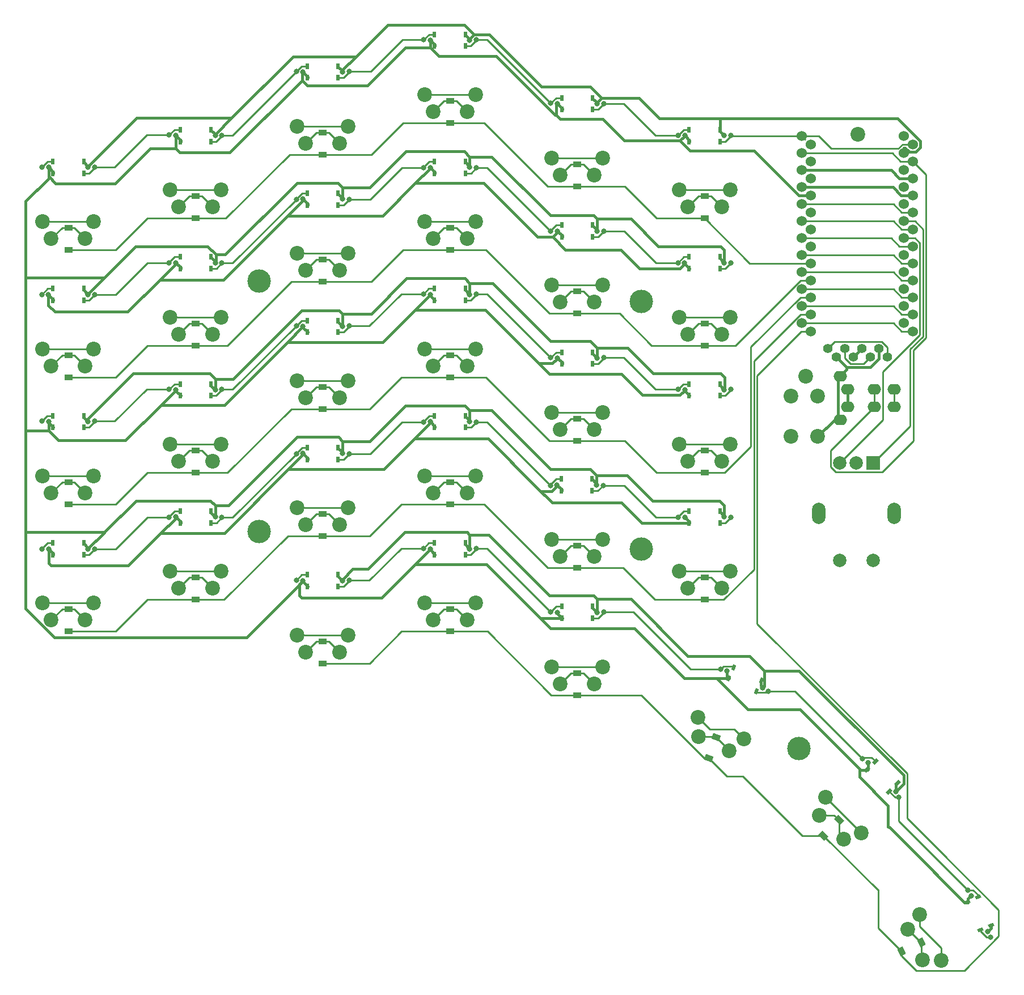
<source format=gbr>
%TF.GenerationSoftware,KiCad,Pcbnew,6.0.5*%
%TF.CreationDate,2022-07-09T20:03:33-05:00*%
%TF.ProjectId,ElevenFingers,456c6576-656e-4466-996e-676572732e6b,rev?*%
%TF.SameCoordinates,Original*%
%TF.FileFunction,Copper,L1,Top*%
%TF.FilePolarity,Positive*%
%FSLAX46Y46*%
G04 Gerber Fmt 4.6, Leading zero omitted, Abs format (unit mm)*
G04 Created by KiCad (PCBNEW 6.0.5) date 2022-07-09 20:03:33*
%MOMM*%
%LPD*%
G01*
G04 APERTURE LIST*
G04 Aperture macros list*
%AMRotRect*
0 Rectangle, with rotation*
0 The origin of the aperture is its center*
0 $1 length*
0 $2 width*
0 $3 Rotation angle, in degrees counterclockwise*
0 Add horizontal line*
21,1,$1,$2,0,0,$3*%
G04 Aperture macros list end*
%TA.AperFunction,WasherPad*%
%ADD10C,2.200000*%
%TD*%
%TA.AperFunction,WasherPad*%
%ADD11C,3.500000*%
%TD*%
%TA.AperFunction,ComponentPad*%
%ADD12C,2.200000*%
%TD*%
%TA.AperFunction,SMDPad,CuDef*%
%ADD13R,0.500000X0.850000*%
%TD*%
%TA.AperFunction,ComponentPad*%
%ADD14R,1.200000X0.900000*%
%TD*%
%TA.AperFunction,SMDPad,CuDef*%
%ADD15RotRect,0.500000X0.850000X115.000000*%
%TD*%
%TA.AperFunction,ComponentPad*%
%ADD16C,1.524000*%
%TD*%
%TA.AperFunction,ComponentPad*%
%ADD17O,2.000000X1.600000*%
%TD*%
%TA.AperFunction,SMDPad,CuDef*%
%ADD18RotRect,0.500000X0.850000X135.000000*%
%TD*%
%TA.AperFunction,ComponentPad*%
%ADD19RotRect,0.900000X1.200000X25.000000*%
%TD*%
%TA.AperFunction,WasherPad*%
%ADD20O,2.000000X3.200000*%
%TD*%
%TA.AperFunction,ComponentPad*%
%ADD21R,2.000000X2.000000*%
%TD*%
%TA.AperFunction,ComponentPad*%
%ADD22C,2.000000*%
%TD*%
%TA.AperFunction,ComponentPad*%
%ADD23RotRect,0.900000X1.200000X45.000000*%
%TD*%
%TA.AperFunction,SMDPad,CuDef*%
%ADD24RotRect,0.500000X0.850000X155.000000*%
%TD*%
%TA.AperFunction,ComponentPad*%
%ADD25RotRect,0.900000X1.200000X70.000000*%
%TD*%
%TA.AperFunction,ComponentPad*%
%ADD26C,1.397000*%
%TD*%
%TA.AperFunction,ViaPad*%
%ADD27C,0.800000*%
%TD*%
%TA.AperFunction,Conductor*%
%ADD28C,0.381000*%
%TD*%
%TA.AperFunction,Conductor*%
%ADD29C,0.250000*%
%TD*%
G04 APERTURE END LIST*
D10*
%TO.P,,*%
%TO.N,*%
X148200000Y-105000000D03*
%TD*%
%TO.P,REF\u002A\u002A,*%
%TO.N,*%
X156000000Y-68850000D03*
%TD*%
D11*
%TO.P,,*%
%TO.N,*%
X147200000Y-160600000D03*
%TD*%
%TO.P,,*%
%TO.N,*%
X123600000Y-130800000D03*
%TD*%
%TO.P,,*%
%TO.N,*%
X123600000Y-93800000D03*
%TD*%
%TO.P,,*%
%TO.N,*%
X66600000Y-128200000D03*
%TD*%
%TO.P,REF\u002A\u002A,*%
%TO.N,*%
X66600000Y-90800000D03*
%TD*%
D12*
%TO.P,SW5,1*%
%TO.N,Net-(D5-Pad2)*%
X116611846Y-74956051D03*
X111531846Y-74956051D03*
%TO.P,SW5,2*%
%TO.N,col4*%
X117881846Y-72416051D03*
X110261846Y-72416051D03*
%TD*%
D13*
%TO.P,L20,1,VDD*%
%TO.N,VCC*%
X59361846Y-125171051D03*
%TO.P,L20,2,DOUT*%
%TO.N,Net-(L20-Pad2)*%
X59361846Y-126921051D03*
%TO.P,L20,3,VSS*%
%TO.N,GND*%
X54761846Y-126921051D03*
%TO.P,L20,4,DIN*%
%TO.N,Net-(L19-Pad2)*%
X54761846Y-125171051D03*
%TD*%
D12*
%TO.P,SW10,1*%
%TO.N,Net-(D10-Pad2)*%
X92531846Y-84456051D03*
X97611846Y-84456051D03*
%TO.P,SW10,2*%
%TO.N,col3*%
X91261846Y-81916051D03*
X98881846Y-81916051D03*
%TD*%
D13*
%TO.P,L2,1,VDD*%
%TO.N,VCC*%
X54761846Y-69921051D03*
%TO.P,L2,2,DOUT*%
%TO.N,Net-(L1-Pad4)*%
X54761846Y-68171051D03*
%TO.P,L2,3,VSS*%
%TO.N,GND*%
X59361846Y-68171051D03*
%TO.P,L2,4,DIN*%
%TO.N,Net-(L2-Pad4)*%
X59361846Y-69921051D03*
%TD*%
D14*
%TO.P,D2,1,K*%
%TO.N,row0*%
X57081846Y-81396051D03*
%TO.P,D2,2,A*%
%TO.N,Net-(D2-Pad2)*%
X57081846Y-78096051D03*
%TD*%
D13*
%TO.P,L19,1,VDD*%
%TO.N,VCC*%
X40361846Y-129921051D03*
%TO.P,L19,2,DOUT*%
%TO.N,Net-(L19-Pad2)*%
X40361846Y-131671051D03*
%TO.P,L19,3,VSS*%
%TO.N,GND*%
X35761846Y-131671051D03*
%TO.P,L19,4,DIN*%
%TO.N,Net-(L13-Pad2)*%
X35761846Y-129921051D03*
%TD*%
D14*
%TO.P,D13,1,K*%
%TO.N,row2*%
X38081846Y-124146051D03*
%TO.P,D13,2,A*%
%TO.N,Net-(D13-Pad2)*%
X38081846Y-120846051D03*
%TD*%
%TO.P,D26,1,K*%
%TO.N,row4*%
X95081846Y-143146051D03*
%TO.P,D26,2,A*%
%TO.N,Net-(D26-Pad2)*%
X95081846Y-139846051D03*
%TD*%
%TO.P,D21,1,K*%
%TO.N,row3*%
X76081846Y-128896051D03*
%TO.P,D21,2,A*%
%TO.N,Net-(D21-Pad2)*%
X76081846Y-125596051D03*
%TD*%
%TO.P,D25,1,K*%
%TO.N,row4*%
X76081846Y-147896051D03*
%TO.P,D25,2,A*%
%TO.N,Net-(D25-Pad2)*%
X76081846Y-144596051D03*
%TD*%
D12*
%TO.P,SW13,1*%
%TO.N,Net-(D13-Pad2)*%
X35531846Y-122456051D03*
X40611846Y-122456051D03*
%TO.P,SW13,2*%
%TO.N,col0*%
X34261846Y-119916051D03*
X41881846Y-119916051D03*
%TD*%
%TO.P,SW7,1*%
%TO.N,Net-(D7-Pad2)*%
X35531846Y-103456051D03*
X40611846Y-103456051D03*
%TO.P,SW7,2*%
%TO.N,col0*%
X34261846Y-100916051D03*
X41881846Y-100916051D03*
%TD*%
D13*
%TO.P,L10,1,VDD*%
%TO.N,VCC*%
X97361846Y-72921051D03*
%TO.P,L10,2,DOUT*%
%TO.N,Net-(L10-Pad2)*%
X97361846Y-74671051D03*
%TO.P,L10,3,VSS*%
%TO.N,GND*%
X92761846Y-74671051D03*
%TO.P,L10,4,DIN*%
%TO.N,Net-(L10-Pad4)*%
X92761846Y-72921051D03*
%TD*%
%TO.P,L27,1,VDD*%
%TO.N,VCC*%
X111761846Y-141171051D03*
%TO.P,L27,2,DOUT*%
%TO.N,Net-(L26-Pad4)*%
X111761846Y-139421051D03*
%TO.P,L27,3,VSS*%
%TO.N,GND*%
X116361846Y-139421051D03*
%TO.P,L27,4,DIN*%
%TO.N,Net-(L27-Pad4)*%
X116361846Y-141171051D03*
%TD*%
D12*
%TO.P,SW26,1*%
%TO.N,Net-(D26-Pad2)*%
X97611846Y-141456051D03*
X92531846Y-141456051D03*
%TO.P,SW26,2*%
%TO.N,col1*%
X98881846Y-138916051D03*
X91261846Y-138916051D03*
%TD*%
%TO.P,SW18,1*%
%TO.N,Net-(D18-Pad2)*%
X130531846Y-117706051D03*
X135611846Y-117706051D03*
%TO.P,SW18,2*%
%TO.N,col5*%
X136881846Y-115166051D03*
X129261846Y-115166051D03*
%TD*%
D13*
%TO.P,L5,1,VDD*%
%TO.N,VCC*%
X111761846Y-65171051D03*
%TO.P,L5,2,DOUT*%
%TO.N,Net-(L4-Pad4)*%
X111761846Y-63421051D03*
%TO.P,L5,3,VSS*%
%TO.N,GND*%
X116361846Y-63421051D03*
%TO.P,L5,4,DIN*%
%TO.N,Net-(L5-Pad4)*%
X116361846Y-65171051D03*
%TD*%
%TO.P,L16,1,VDD*%
%TO.N,VCC*%
X92761846Y-93671051D03*
%TO.P,L16,2,DOUT*%
%TO.N,Net-(L15-Pad4)*%
X92761846Y-91921051D03*
%TO.P,L16,3,VSS*%
%TO.N,GND*%
X97361846Y-91921051D03*
%TO.P,L16,4,DIN*%
%TO.N,Net-(L16-Pad4)*%
X97361846Y-93671051D03*
%TD*%
D12*
%TO.P,SW21,1*%
%TO.N,Net-(D21-Pad2)*%
X78611846Y-127206051D03*
X73531846Y-127206051D03*
%TO.P,SW21,2*%
%TO.N,col2*%
X79881846Y-124666051D03*
X72261846Y-124666051D03*
%TD*%
D15*
%TO.P,L30,1,VDD*%
%TO.N,VCC*%
X172346805Y-183581334D03*
%TO.P,L30,2,DOUT*%
%TO.N,Net-(L29-Pad4)*%
X173932843Y-182841752D03*
%TO.P,L30,3,VSS*%
%TO.N,GND*%
X175876887Y-187010768D03*
%TO.P,L30,4,DIN*%
%TO.N,Net-(L24-Pad2)*%
X174290849Y-187750350D03*
%TD*%
D16*
%TO.P,U1,1,TX0/PD3*%
%TO.N,LED*%
X164148225Y-70347873D03*
X147609410Y-69152128D03*
%TO.P,U1,2,RX1/PD2*%
%TO.N,SERIAL*%
X164148225Y-72887873D03*
X147609410Y-71692128D03*
%TO.P,U1,3,GND*%
%TO.N,GND*%
X164148225Y-75427873D03*
X147609410Y-74232128D03*
%TO.P,U1,4,GND*%
X164148225Y-77967873D03*
X147609410Y-76772128D03*
%TO.P,U1,5,2/PD1*%
%TO.N,Net-(J1-Pad1)*%
X164148225Y-80507873D03*
X147609410Y-79312128D03*
%TO.P,U1,6,3/PD0*%
%TO.N,Net-(J1-Pad2)*%
X147609410Y-81852128D03*
X164148225Y-83047873D03*
%TO.P,U1,7,4/PD4*%
%TO.N,col0*%
X164148225Y-85587873D03*
X147609410Y-84392128D03*
%TO.P,U1,8,5/PC6*%
%TO.N,col1*%
X164148225Y-88127873D03*
X147609410Y-86932128D03*
%TO.P,U1,9,6/PD7*%
%TO.N,col2*%
X164148225Y-90667873D03*
X147609410Y-89472128D03*
%TO.P,U1,10,7/PE6*%
%TO.N,col3*%
X164148225Y-93207873D03*
X147609410Y-92012128D03*
%TO.P,U1,11,8/PB4*%
%TO.N,col4*%
X164148225Y-95747873D03*
X147609410Y-94552128D03*
%TO.P,U1,12,9/PB5*%
%TO.N,col5*%
X164148225Y-98287873D03*
X147609410Y-97092128D03*
%TO.P,U1,13,10/PB6*%
%TO.N,row4*%
X162849410Y-97092128D03*
X148908225Y-98287873D03*
%TO.P,U1,14,16/PB2*%
%TO.N,row3*%
X162849410Y-94552128D03*
X148908225Y-95747873D03*
%TO.P,U1,15,14/PB3*%
%TO.N,row2*%
X148908225Y-93207873D03*
X162849410Y-92012128D03*
%TO.P,U1,16,15/PB1*%
%TO.N,row1*%
X162849410Y-89472128D03*
X148908225Y-90667873D03*
%TO.P,U1,17,A0/PF7*%
%TO.N,row0*%
X148908225Y-88127873D03*
X162849410Y-86932128D03*
%TO.P,U1,18,A1/PF6*%
%TO.N,ENC_B*%
X162849410Y-84392128D03*
X148908225Y-85587873D03*
%TO.P,U1,19,A2/PF5*%
%TO.N,ENC_A*%
X148908225Y-83047873D03*
X162849410Y-81852128D03*
%TO.P,U1,20,A3/PF4*%
%TO.N,unconnected-(U1-Pad20)*%
X162849410Y-79312128D03*
X148908225Y-80507873D03*
%TO.P,U1,21,VCC*%
%TO.N,VCC*%
X162849410Y-76772128D03*
X148908225Y-77967873D03*
%TO.P,U1,22,RST*%
%TO.N,Net-(B1-Pad1)*%
X148908225Y-75427873D03*
X162849410Y-74232128D03*
%TO.P,U1,23,GND*%
%TO.N,GND*%
X162849410Y-71692128D03*
X148908225Y-72887873D03*
%TO.P,U1,24,RAW*%
%TO.N,unconnected-(U1-Pad24)*%
X162849410Y-69152128D03*
X148908225Y-70347873D03*
%TD*%
D13*
%TO.P,L12,1,VDD*%
%TO.N,VCC*%
X135361846Y-87171051D03*
%TO.P,L12,2,DOUT*%
%TO.N,Net-(L12-Pad2)*%
X135361846Y-88921051D03*
%TO.P,L12,3,VSS*%
%TO.N,GND*%
X130761846Y-88921051D03*
%TO.P,L12,4,DIN*%
%TO.N,Net-(L11-Pad2)*%
X130761846Y-87171051D03*
%TD*%
D12*
%TO.P,SW22,1*%
%TO.N,Net-(D22-Pad2)*%
X92531846Y-122456051D03*
X97611846Y-122456051D03*
%TO.P,SW22,2*%
%TO.N,col3*%
X91261846Y-119916051D03*
X98881846Y-119916051D03*
%TD*%
%TO.P,SW17,1*%
%TO.N,Net-(D17-Pad2)*%
X111531846Y-112956051D03*
X116611846Y-112956051D03*
%TO.P,SW17,2*%
%TO.N,col4*%
X110261846Y-110416051D03*
X117881846Y-110416051D03*
%TD*%
D13*
%TO.P,L15,1,VDD*%
%TO.N,VCC*%
X73761846Y-98421051D03*
%TO.P,L15,2,DOUT*%
%TO.N,Net-(L14-Pad4)*%
X73761846Y-96671051D03*
%TO.P,L15,3,VSS*%
%TO.N,GND*%
X78361846Y-96671051D03*
%TO.P,L15,4,DIN*%
%TO.N,Net-(L15-Pad4)*%
X78361846Y-98421051D03*
%TD*%
%TO.P,L13,1,VDD*%
%TO.N,VCC*%
X35761846Y-112671051D03*
%TO.P,L13,2,DOUT*%
%TO.N,Net-(L13-Pad2)*%
X35761846Y-110921051D03*
%TO.P,L13,3,VSS*%
%TO.N,GND*%
X40361846Y-110921051D03*
%TO.P,L13,4,DIN*%
%TO.N,Net-(L13-Pad4)*%
X40361846Y-112671051D03*
%TD*%
D14*
%TO.P,D12,1,K*%
%TO.N,row1*%
X133081846Y-100396051D03*
%TO.P,D12,2,A*%
%TO.N,Net-(D12-Pad2)*%
X133081846Y-97096051D03*
%TD*%
D13*
%TO.P,L18,1,VDD*%
%TO.N,VCC*%
X130761846Y-107921051D03*
%TO.P,L18,2,DOUT*%
%TO.N,Net-(L17-Pad4)*%
X130761846Y-106171051D03*
%TO.P,L18,3,VSS*%
%TO.N,GND*%
X135361846Y-106171051D03*
%TO.P,L18,4,DIN*%
%TO.N,Net-(L12-Pad2)*%
X135361846Y-107921051D03*
%TD*%
D12*
%TO.P,SW8,1*%
%TO.N,Net-(D8-Pad2)*%
X59611846Y-98706051D03*
X54531846Y-98706051D03*
%TO.P,SW8,2*%
%TO.N,col1*%
X53261846Y-96166051D03*
X60881846Y-96166051D03*
%TD*%
D13*
%TO.P,L21,1,VDD*%
%TO.N,VCC*%
X78361846Y-115671051D03*
%TO.P,L21,2,DOUT*%
%TO.N,Net-(L21-Pad2)*%
X78361846Y-117421051D03*
%TO.P,L21,3,VSS*%
%TO.N,GND*%
X73761846Y-117421051D03*
%TO.P,L21,4,DIN*%
%TO.N,Net-(L20-Pad2)*%
X73761846Y-115671051D03*
%TD*%
D12*
%TO.P,SW6,1*%
%TO.N,Net-(D6-Pad2)*%
X135611846Y-79706051D03*
X130531846Y-79706051D03*
%TO.P,SW6,2*%
%TO.N,col5*%
X136881846Y-77166051D03*
X129261846Y-77166051D03*
%TD*%
%TO.P,SW14,1*%
%TO.N,Net-(D14-Pad2)*%
X59611846Y-117706051D03*
X54531846Y-117706051D03*
%TO.P,SW14,2*%
%TO.N,col1*%
X60881846Y-115166051D03*
X53261846Y-115166051D03*
%TD*%
D14*
%TO.P,D27,1,K*%
%TO.N,row4*%
X114081846Y-152646051D03*
%TO.P,D27,2,A*%
%TO.N,Net-(D27-Pad2)*%
X114081846Y-149346051D03*
%TD*%
D17*
%TO.P,U2,1,SLEEVE*%
%TO.N,GND*%
X153312500Y-104975000D03*
X153312500Y-111525000D03*
%TO.P,U2,2,TIP*%
%TO.N,VCC*%
X154412500Y-106925000D03*
X154412500Y-109575000D03*
%TO.P,U2,3,RING1*%
%TO.N,SERIAL*%
X158412500Y-106925000D03*
X158412500Y-109575000D03*
%TO.P,U2,4,RING2*%
%TO.N,unconnected-(U2-Pad4)*%
X161412500Y-109575000D03*
X161412500Y-106925000D03*
%TD*%
D14*
%TO.P,D17,1,K*%
%TO.N,row2*%
X114081846Y-114646051D03*
%TO.P,D17,2,A*%
%TO.N,Net-(D17-Pad2)*%
X114081846Y-111346051D03*
%TD*%
D13*
%TO.P,L26,1,VDD*%
%TO.N,VCC*%
X92761846Y-131671051D03*
%TO.P,L26,2,DOUT*%
%TO.N,Net-(L25-Pad4)*%
X92761846Y-129921051D03*
%TO.P,L26,3,VSS*%
%TO.N,GND*%
X97361846Y-129921051D03*
%TO.P,L26,4,DIN*%
%TO.N,Net-(L26-Pad4)*%
X97361846Y-131671051D03*
%TD*%
D12*
%TO.P,SW9,1*%
%TO.N,Net-(D9-Pad2)*%
X78611846Y-89206051D03*
X73531846Y-89206051D03*
%TO.P,SW9,2*%
%TO.N,col2*%
X72261846Y-86666051D03*
X79881846Y-86666051D03*
%TD*%
%TO.P,SW4,1*%
%TO.N,Net-(D4-Pad2)*%
X97611846Y-65456051D03*
X92531846Y-65456051D03*
%TO.P,SW4,2*%
%TO.N,col3*%
X91261846Y-62916051D03*
X98881846Y-62916051D03*
%TD*%
%TO.P,B1,1,1*%
%TO.N,Net-(B1-Pad1)*%
X150000000Y-108000000D03*
%TO.P,B1,2,2*%
%TO.N,GND*%
X150000000Y-114000000D03*
%TO.P,B1,3,3*%
%TO.N,unconnected-(B1-Pad3)*%
X146000000Y-108000000D03*
%TO.P,B1,4,4*%
%TO.N,unconnected-(B1-Pad4)*%
X146000000Y-114000000D03*
%TD*%
D14*
%TO.P,D5,1,K*%
%TO.N,row0*%
X114081846Y-76646051D03*
%TO.P,D5,2,A*%
%TO.N,Net-(D5-Pad2)*%
X114081846Y-73346051D03*
%TD*%
D13*
%TO.P,L24,1,VDD*%
%TO.N,VCC*%
X135361846Y-125171051D03*
%TO.P,L24,2,DOUT*%
%TO.N,Net-(L24-Pad2)*%
X135361846Y-126921051D03*
%TO.P,L24,3,VSS*%
%TO.N,GND*%
X130761846Y-126921051D03*
%TO.P,L24,4,DIN*%
%TO.N,Net-(L23-Pad2)*%
X130761846Y-125171051D03*
%TD*%
D14*
%TO.P,D22,1,K*%
%TO.N,row3*%
X95081846Y-124146051D03*
%TO.P,D22,2,A*%
%TO.N,Net-(D22-Pad2)*%
X95081846Y-120846051D03*
%TD*%
D13*
%TO.P,L14,1,VDD*%
%TO.N,VCC*%
X54761846Y-107921051D03*
%TO.P,L14,2,DOUT*%
%TO.N,Net-(L13-Pad4)*%
X54761846Y-106171051D03*
%TO.P,L14,3,VSS*%
%TO.N,GND*%
X59361846Y-106171051D03*
%TO.P,L14,4,DIN*%
%TO.N,Net-(L14-Pad4)*%
X59361846Y-107921051D03*
%TD*%
D12*
%TO.P,SW2,1*%
%TO.N,Net-(D2-Pad2)*%
X54531846Y-79706051D03*
X59611846Y-79706051D03*
%TO.P,SW2,2*%
%TO.N,col1*%
X60881846Y-77166051D03*
X53261846Y-77166051D03*
%TD*%
D14*
%TO.P,D24,1,K*%
%TO.N,row3*%
X133081846Y-138396051D03*
%TO.P,D24,2,A*%
%TO.N,Net-(D24-Pad2)*%
X133081846Y-135096051D03*
%TD*%
D13*
%TO.P,L23,1,VDD*%
%TO.N,VCC*%
X116300000Y-120375000D03*
%TO.P,L23,2,DOUT*%
%TO.N,Net-(L23-Pad2)*%
X116300000Y-122125000D03*
%TO.P,L23,3,VSS*%
%TO.N,GND*%
X111700000Y-122125000D03*
%TO.P,L23,4,DIN*%
%TO.N,Net-(L22-Pad2)*%
X111700000Y-120375000D03*
%TD*%
D12*
%TO.P,SW29,1*%
%TO.N,Net-(D29-Pad2)*%
X150223693Y-170592102D03*
X153815795Y-174184205D03*
%TO.P,SW29,2*%
%TO.N,col4*%
X151121718Y-167898026D03*
X156509872Y-173286179D03*
%TD*%
%TO.P,SW15,1*%
%TO.N,Net-(D15-Pad2)*%
X78611846Y-108206051D03*
X73531846Y-108206051D03*
%TO.P,SW15,2*%
%TO.N,col2*%
X72261846Y-105666051D03*
X79881846Y-105666051D03*
%TD*%
D18*
%TO.P,L29,1,VDD*%
%TO.N,VCC*%
X157366782Y-163788424D03*
%TO.P,L29,2,DOUT*%
%TO.N,Net-(L28-Pad4)*%
X158604219Y-162550987D03*
%TO.P,L29,3,VSS*%
%TO.N,GND*%
X161856910Y-165803678D03*
%TO.P,L29,4,DIN*%
%TO.N,Net-(L29-Pad4)*%
X160619473Y-167041115D03*
%TD*%
D13*
%TO.P,L6,1,VDD*%
%TO.N,VCC*%
X130761846Y-69921051D03*
%TO.P,L6,2,DOUT*%
%TO.N,Net-(L5-Pad4)*%
X130761846Y-68171051D03*
%TO.P,L6,3,VSS*%
%TO.N,GND*%
X135361846Y-68171051D03*
%TO.P,L6,4,DIN*%
%TO.N,LED*%
X135361846Y-69921051D03*
%TD*%
D14*
%TO.P,D18,1,K*%
%TO.N,row2*%
X133081846Y-119396051D03*
%TO.P,D18,2,A*%
%TO.N,Net-(D18-Pad2)*%
X133081846Y-116096051D03*
%TD*%
%TO.P,D20,1,K*%
%TO.N,row3*%
X57081846Y-138396051D03*
%TO.P,D20,2,A*%
%TO.N,Net-(D20-Pad2)*%
X57081846Y-135096051D03*
%TD*%
D12*
%TO.P,SW16,1*%
%TO.N,Net-(D16-Pad2)*%
X97611846Y-103456051D03*
X92531846Y-103456051D03*
%TO.P,SW16,2*%
%TO.N,col3*%
X98881846Y-100916051D03*
X91261846Y-100916051D03*
%TD*%
D13*
%TO.P,L7,1,VDD*%
%TO.N,VCC*%
X40361846Y-91921051D03*
%TO.P,L7,2,DOUT*%
%TO.N,Net-(L7-Pad2)*%
X40361846Y-93671051D03*
%TO.P,L7,3,VSS*%
%TO.N,GND*%
X35761846Y-93671051D03*
%TO.P,L7,4,DIN*%
%TO.N,Net-(L1-Pad2)*%
X35761846Y-91921051D03*
%TD*%
D12*
%TO.P,SW24,1*%
%TO.N,Net-(D24-Pad2)*%
X130531846Y-136706051D03*
X135611846Y-136706051D03*
%TO.P,SW24,2*%
%TO.N,col5*%
X129261846Y-134166051D03*
X136881846Y-134166051D03*
%TD*%
D14*
%TO.P,D6,1,K*%
%TO.N,row0*%
X133081846Y-81396051D03*
%TO.P,D6,2,A*%
%TO.N,Net-(D6-Pad2)*%
X133081846Y-78096051D03*
%TD*%
D12*
%TO.P,SW23,1*%
%TO.N,Net-(D23-Pad2)*%
X116611846Y-131956051D03*
X111531846Y-131956051D03*
%TO.P,SW23,2*%
%TO.N,col4*%
X110261846Y-129416051D03*
X117881846Y-129416051D03*
%TD*%
D14*
%TO.P,D16,1,K*%
%TO.N,row2*%
X95081846Y-105146051D03*
%TO.P,D16,2,A*%
%TO.N,Net-(D16-Pad2)*%
X95081846Y-101846051D03*
%TD*%
%TO.P,D4,1,K*%
%TO.N,row0*%
X95081846Y-67146051D03*
%TO.P,D4,2,A*%
%TO.N,Net-(D4-Pad2)*%
X95081846Y-63846051D03*
%TD*%
%TO.P,D1,1,K*%
%TO.N,row0*%
X38081846Y-86146051D03*
%TO.P,D1,2,A*%
%TO.N,Net-(D1-Pad2)*%
X38081846Y-82846051D03*
%TD*%
D12*
%TO.P,SW20,1*%
%TO.N,Net-(D20-Pad2)*%
X54531846Y-136706051D03*
X59611846Y-136706051D03*
%TO.P,SW20,2*%
%TO.N,col1*%
X53261846Y-134166051D03*
X60881846Y-134166051D03*
%TD*%
D13*
%TO.P,L9,1,VDD*%
%TO.N,VCC*%
X78361846Y-77671051D03*
%TO.P,L9,2,DOUT*%
%TO.N,Net-(L10-Pad4)*%
X78361846Y-79421051D03*
%TO.P,L9,3,VSS*%
%TO.N,GND*%
X73761846Y-79421051D03*
%TO.P,L9,4,DIN*%
%TO.N,Net-(L8-Pad2)*%
X73761846Y-77671051D03*
%TD*%
D19*
%TO.P,D30,1,K*%
%TO.N,row4*%
X162504592Y-190947320D03*
%TO.P,D30,2,A*%
%TO.N,Net-(D30-Pad2)*%
X165495408Y-189552680D03*
%TD*%
D13*
%TO.P,L17,1,VDD*%
%TO.N,VCC*%
X111761846Y-103171051D03*
%TO.P,L17,2,DOUT*%
%TO.N,Net-(L16-Pad4)*%
X111761846Y-101421051D03*
%TO.P,L17,3,VSS*%
%TO.N,GND*%
X116361846Y-101421051D03*
%TO.P,L17,4,DIN*%
%TO.N,Net-(L17-Pad4)*%
X116361846Y-103171051D03*
%TD*%
D14*
%TO.P,D10,1,K*%
%TO.N,row1*%
X95081846Y-86146051D03*
%TO.P,D10,2,A*%
%TO.N,Net-(D10-Pad2)*%
X95081846Y-82846051D03*
%TD*%
%TO.P,D3,1,K*%
%TO.N,row0*%
X76081846Y-71896051D03*
%TO.P,D3,2,A*%
%TO.N,Net-(D3-Pad2)*%
X76081846Y-68596051D03*
%TD*%
D20*
%TO.P,E1,*%
%TO.N,*%
X161350000Y-125500000D03*
X150150000Y-125500000D03*
D21*
%TO.P,E1,A,A*%
%TO.N,ENC_A*%
X158250000Y-118000000D03*
D22*
%TO.P,E1,B,B*%
%TO.N,ENC_B*%
X153250000Y-118000000D03*
%TO.P,E1,C,C*%
%TO.N,GND*%
X155750000Y-118000000D03*
%TO.P,E1,S1,S1*%
%TO.N,unconnected-(E1-PadS1)*%
X153250000Y-132500000D03*
%TO.P,E1,S2,S2*%
%TO.N,unconnected-(E1-PadS2)*%
X158250000Y-132500000D03*
%TD*%
D13*
%TO.P,L25,1,VDD*%
%TO.N,VCC*%
X73761846Y-136421051D03*
%TO.P,L25,2,DOUT*%
%TO.N,unconnected-(L25-Pad2)*%
X73761846Y-134671051D03*
%TO.P,L25,3,VSS*%
%TO.N,GND*%
X78361846Y-134671051D03*
%TO.P,L25,4,DIN*%
%TO.N,Net-(L25-Pad4)*%
X78361846Y-136421051D03*
%TD*%
D14*
%TO.P,D23,1,K*%
%TO.N,row3*%
X114081846Y-133646051D03*
%TO.P,D23,2,A*%
%TO.N,Net-(D23-Pad2)*%
X114081846Y-130346051D03*
%TD*%
%TO.P,D14,1,K*%
%TO.N,row2*%
X57081846Y-119396051D03*
%TO.P,D14,2,A*%
%TO.N,Net-(D14-Pad2)*%
X57081846Y-116096051D03*
%TD*%
%TO.P,D7,1,K*%
%TO.N,row1*%
X38081846Y-105146051D03*
%TO.P,D7,2,A*%
%TO.N,Net-(D7-Pad2)*%
X38081846Y-101846051D03*
%TD*%
D13*
%TO.P,L8,1,VDD*%
%TO.N,VCC*%
X59361846Y-87171051D03*
%TO.P,L8,2,DOUT*%
%TO.N,Net-(L8-Pad2)*%
X59361846Y-88921051D03*
%TO.P,L8,3,VSS*%
%TO.N,GND*%
X54761846Y-88921051D03*
%TO.P,L8,4,DIN*%
%TO.N,Net-(L7-Pad2)*%
X54761846Y-87171051D03*
%TD*%
D14*
%TO.P,D9,1,K*%
%TO.N,row1*%
X76081846Y-90896051D03*
%TO.P,D9,2,A*%
%TO.N,Net-(D9-Pad2)*%
X76081846Y-87596051D03*
%TD*%
D12*
%TO.P,SW1,1*%
%TO.N,Net-(D1-Pad2)*%
X40611846Y-84456051D03*
X35531846Y-84456051D03*
%TO.P,SW1,2*%
%TO.N,col0*%
X41881846Y-81916051D03*
X34261846Y-81916051D03*
%TD*%
%TO.P,SW3,1*%
%TO.N,Net-(D3-Pad2)*%
X73531846Y-70206051D03*
X78611846Y-70206051D03*
%TO.P,SW3,2*%
%TO.N,col2*%
X72261846Y-67666051D03*
X79881846Y-67666051D03*
%TD*%
D14*
%TO.P,D19,1,K*%
%TO.N,row3*%
X38081846Y-143146051D03*
%TO.P,D19,2,A*%
%TO.N,Net-(D19-Pad2)*%
X38081846Y-139846051D03*
%TD*%
D12*
%TO.P,SW11,1*%
%TO.N,Net-(D11-Pad2)*%
X116611846Y-93956051D03*
X111531846Y-93956051D03*
%TO.P,SW11,2*%
%TO.N,col4*%
X117881846Y-91416051D03*
X110261846Y-91416051D03*
%TD*%
D13*
%TO.P,L22,1,VDD*%
%TO.N,VCC*%
X97361846Y-110921051D03*
%TO.P,L22,2,DOUT*%
%TO.N,Net-(L22-Pad2)*%
X97361846Y-112671051D03*
%TO.P,L22,3,VSS*%
%TO.N,GND*%
X92761846Y-112671051D03*
%TO.P,L22,4,DIN*%
%TO.N,Net-(L21-Pad2)*%
X92761846Y-110921051D03*
%TD*%
%TO.P,L1,1,VDD*%
%TO.N,VCC*%
X35761846Y-74671051D03*
%TO.P,L1,2,DOUT*%
%TO.N,Net-(L1-Pad2)*%
X35761846Y-72921051D03*
%TO.P,L1,3,VSS*%
%TO.N,GND*%
X40361846Y-72921051D03*
%TO.P,L1,4,DIN*%
%TO.N,Net-(L1-Pad4)*%
X40361846Y-74671051D03*
%TD*%
D12*
%TO.P,SW19,1*%
%TO.N,Net-(D19-Pad2)*%
X35531846Y-141456051D03*
X40611846Y-141456051D03*
%TO.P,SW19,2*%
%TO.N,col0*%
X34261846Y-138916051D03*
X41881846Y-138916051D03*
%TD*%
%TO.P,SW25,1*%
%TO.N,Net-(D25-Pad2)*%
X73531846Y-146206051D03*
X78611846Y-146206051D03*
%TO.P,SW25,2*%
%TO.N,col0*%
X72261846Y-143666051D03*
X79881846Y-143666051D03*
%TD*%
D23*
%TO.P,D29,1,K*%
%TO.N,row4*%
X150833274Y-173666726D03*
%TO.P,D29,2,A*%
%TO.N,Net-(D29-Pad2)*%
X153166726Y-171333274D03*
%TD*%
D12*
%TO.P,SW27,1*%
%TO.N,Net-(D27-Pad2)*%
X111531846Y-150956051D03*
X116611846Y-150956051D03*
%TO.P,SW27,2*%
%TO.N,col2*%
X117881846Y-148416051D03*
X110261846Y-148416051D03*
%TD*%
D24*
%TO.P,L28,1,VDD*%
%TO.N,VCC*%
X136657547Y-150117048D03*
%TO.P,L28,2,DOUT*%
%TO.N,Net-(L27-Pad4)*%
X137397129Y-148531010D03*
%TO.P,L28,3,VSS*%
%TO.N,GND*%
X141566145Y-150475054D03*
%TO.P,L28,4,DIN*%
%TO.N,Net-(L28-Pad4)*%
X140826563Y-152061092D03*
%TD*%
D12*
%TO.P,SW30,1*%
%TO.N,Net-(D30-Pad2)*%
X165581253Y-192244974D03*
X163434352Y-187640930D03*
%TO.P,SW30,2*%
%TO.N,col5*%
X165199649Y-185416469D03*
X168420000Y-192322534D03*
%TD*%
D13*
%TO.P,L11,1,VDD*%
%TO.N,VCC*%
X116361846Y-82421051D03*
%TO.P,L11,2,DOUT*%
%TO.N,Net-(L11-Pad2)*%
X116361846Y-84171051D03*
%TO.P,L11,3,VSS*%
%TO.N,GND*%
X111761846Y-84171051D03*
%TO.P,L11,4,DIN*%
%TO.N,Net-(L10-Pad2)*%
X111761846Y-82421051D03*
%TD*%
D14*
%TO.P,D11,1,K*%
%TO.N,row1*%
X114081846Y-95646051D03*
%TO.P,D11,2,A*%
%TO.N,Net-(D11-Pad2)*%
X114081846Y-92346051D03*
%TD*%
%TO.P,D15,1,K*%
%TO.N,row2*%
X76081846Y-109896051D03*
%TO.P,D15,2,A*%
%TO.N,Net-(D15-Pad2)*%
X76081846Y-106596051D03*
%TD*%
D13*
%TO.P,L3,1,VDD*%
%TO.N,VCC*%
X73761846Y-60421051D03*
%TO.P,L3,2,DOUT*%
%TO.N,Net-(L2-Pad4)*%
X73761846Y-58671051D03*
%TO.P,L3,3,VSS*%
%TO.N,GND*%
X78361846Y-58671051D03*
%TO.P,L3,4,DIN*%
%TO.N,Net-(L3-Pad4)*%
X78361846Y-60421051D03*
%TD*%
D25*
%TO.P,D28,1,K*%
%TO.N,row4*%
X133685667Y-162050493D03*
%TO.P,D28,2,A*%
%TO.N,Net-(D28-Pad2)*%
X134814333Y-158949507D03*
%TD*%
D12*
%TO.P,SW12,1*%
%TO.N,Net-(D12-Pad2)*%
X135611846Y-98706051D03*
X130531846Y-98706051D03*
%TO.P,SW12,2*%
%TO.N,col5*%
X129261846Y-96166051D03*
X136881846Y-96166051D03*
%TD*%
D14*
%TO.P,D8,1,K*%
%TO.N,row1*%
X57081846Y-100396051D03*
%TO.P,D8,2,A*%
%TO.N,Net-(D8-Pad2)*%
X57081846Y-97096051D03*
%TD*%
D12*
%TO.P,SW28,1*%
%TO.N,Net-(D28-Pad2)*%
X136766967Y-160973545D03*
X132162924Y-158826644D03*
%TO.P,SW28,2*%
%TO.N,col3*%
X138991429Y-159208249D03*
X132085363Y-155987897D03*
%TD*%
D26*
%TO.P,J1,1,P1*%
%TO.N,Net-(J1-Pad1)*%
X151468511Y-100838511D03*
X160358511Y-102108511D03*
%TO.P,J1,2,P2*%
%TO.N,Net-(J1-Pad2)*%
X157818511Y-102108511D03*
X154008511Y-100838511D03*
%TO.P,J1,3,P3*%
%TO.N,VCC*%
X156548511Y-100838511D03*
X155278511Y-102108511D03*
%TO.P,J1,4,P4*%
%TO.N,GND*%
X152738511Y-102108511D03*
X159088511Y-100838511D03*
%TD*%
D13*
%TO.P,L4,1,VDD*%
%TO.N,VCC*%
X92761846Y-55671051D03*
%TO.P,L4,2,DOUT*%
%TO.N,Net-(L3-Pad4)*%
X92761846Y-53921051D03*
%TO.P,L4,3,VSS*%
%TO.N,GND*%
X97361846Y-53921051D03*
%TO.P,L4,4,DIN*%
%TO.N,Net-(L4-Pad4)*%
X97361846Y-55671051D03*
%TD*%
D27*
%TO.N,GND*%
X175356925Y-187966131D03*
X92096470Y-73813772D03*
X98007955Y-92796051D03*
X79007955Y-135546051D03*
X136012250Y-107042233D03*
X79007955Y-59546051D03*
X79007955Y-97546051D03*
X73115737Y-116546051D03*
X41012250Y-111792233D03*
X111111442Y-83299869D03*
X41007954Y-73796051D03*
X161684067Y-167037718D03*
X60007955Y-107046051D03*
X130096470Y-88063772D03*
X141781927Y-151541130D03*
X92115737Y-111796051D03*
X130111442Y-126049869D03*
X117007955Y-102296051D03*
X136007955Y-69046051D03*
X117012250Y-140292233D03*
X35096470Y-92813772D03*
X117007954Y-64296051D03*
X60007954Y-69046051D03*
X54115737Y-126046051D03*
X111053891Y-121250000D03*
X98012250Y-130792233D03*
X98007955Y-54796051D03*
X54111442Y-88049869D03*
X35115737Y-130796051D03*
X73111442Y-78549869D03*
%TO.N,VCC*%
X41007954Y-92796051D03*
X92115737Y-130796051D03*
X98007955Y-73796051D03*
X136007955Y-88046051D03*
X92115737Y-92796051D03*
X54115738Y-69046051D03*
X136441766Y-149050972D03*
X98007955Y-111796051D03*
X79007954Y-116546051D03*
X60007955Y-126046051D03*
X172866767Y-182625971D03*
X79007955Y-78546051D03*
X111115737Y-140296051D03*
X92115738Y-54796051D03*
X73115738Y-135546051D03*
X60007955Y-88046051D03*
X41007955Y-130796051D03*
X130115737Y-107046051D03*
X35115737Y-111796051D03*
X157528634Y-162712839D03*
X54115738Y-107046051D03*
X117007954Y-83296051D03*
X111115738Y-64296050D03*
X35115738Y-73796052D03*
X136007954Y-126046051D03*
X73115738Y-59546050D03*
X111115738Y-102296050D03*
X73115737Y-97546051D03*
X116946108Y-121250000D03*
X130115738Y-69046050D03*
%TO.N,LED*%
X137006382Y-68999704D03*
%TO.N,Net-(L1-Pad2)*%
X34097731Y-92852825D03*
X34116247Y-73800889D03*
%TO.N,Net-(L1-Pad4)*%
X53118248Y-68982650D03*
X42007442Y-73801499D03*
%TO.N,Net-(L2-Pad4)*%
X72118248Y-59482649D03*
X61006327Y-68998554D03*
%TO.N,Net-(L3-Pad4)*%
X91118249Y-54732649D03*
X80006162Y-59495161D03*
%TO.N,Net-(L4-Pad4)*%
X99006382Y-54749704D03*
X110118248Y-64232650D03*
%TO.N,Net-(L5-Pad4)*%
X118006161Y-64245161D03*
X129117646Y-68992960D03*
%TO.N,Net-(L13-Pad4)*%
X42010119Y-111735110D03*
X53118953Y-106972400D03*
%TO.N,Net-(L7-Pad2)*%
X42005444Y-92859452D03*
X53112852Y-88092565D03*
%TO.N,Net-(L8-Pad2)*%
X72113573Y-78606992D03*
X61005445Y-88109452D03*
%TO.N,Net-(L10-Pad2)*%
X110113573Y-83356992D03*
X99004740Y-73869702D03*
%TO.N,Net-(L10-Pad4)*%
X80004740Y-78619702D03*
X91097391Y-73842868D03*
%TO.N,Net-(L11-Pad2)*%
X118004739Y-83369702D03*
X129097391Y-88092868D03*
%TO.N,Net-(L13-Pad2)*%
X34118247Y-130859452D03*
X34118247Y-111732650D03*
%TO.N,Net-(L12-Pad2)*%
X137010119Y-106985110D03*
X137005445Y-88109452D03*
%TO.N,Net-(L14-Pad4)*%
X61005539Y-106984141D03*
X72118952Y-97472400D03*
%TO.N,Net-(L15-Pad4)*%
X80005444Y-97482649D03*
X91118952Y-92722400D03*
%TO.N,Net-(L16-Pad4)*%
X110118248Y-102232650D03*
X99005445Y-92732650D03*
%TO.N,Net-(L17-Pad4)*%
X129118247Y-106982650D03*
X118005539Y-102234141D03*
%TO.N,Net-(L19-Pad2)*%
X42004740Y-130869702D03*
X53118247Y-126109452D03*
%TO.N,Net-(L20-Pad2)*%
X61005445Y-126109452D03*
X72118153Y-116607961D03*
%TO.N,Net-(L21-Pad2)*%
X80005443Y-116609453D03*
X91118153Y-111857961D03*
%TO.N,Net-(L22-Pad2)*%
X110056307Y-121311910D03*
X99004740Y-111869702D03*
%TO.N,Net-(L23-Pad2)*%
X117942893Y-121323651D03*
X129113573Y-126106993D03*
%TO.N,Net-(L24-Pad2)*%
X175804956Y-188859593D03*
X137005444Y-126109452D03*
%TO.N,unconnected-(L25-Pad2)*%
X72118249Y-135482649D03*
%TO.N,Net-(L25-Pad4)*%
X80005539Y-135484141D03*
X91118952Y-130722400D03*
%TO.N,Net-(L26-Pad4)*%
X110118248Y-140232649D03*
X99010119Y-130735110D03*
%TO.N,Net-(L27-Pad4)*%
X135489700Y-148746708D03*
X118010059Y-140234070D03*
%TO.N,Net-(L28-Pad4)*%
X156669461Y-162202126D03*
X142624150Y-152079335D03*
%TO.N,Net-(L29-Pad4)*%
X162089321Y-167951378D03*
X172361486Y-181763593D03*
%TD*%
D28*
%TO.N,GND*%
X126300000Y-66500000D02*
X135250000Y-66500000D01*
X123400000Y-88900000D02*
X120600000Y-86100000D01*
X117007955Y-100807955D02*
X117007955Y-102296051D01*
X79007955Y-59546051D02*
X79007955Y-59392160D01*
X60007954Y-68892159D02*
X59286846Y-68171051D01*
X152475000Y-111525000D02*
X153312500Y-111525000D01*
X160984241Y-74232128D02*
X162179986Y-75427873D01*
X162415964Y-77967873D02*
X164148225Y-77967873D01*
X108100000Y-84200000D02*
X100078752Y-76178752D01*
X46922662Y-95400000D02*
X51711331Y-90611331D01*
X92836846Y-112517160D02*
X92115737Y-111796051D01*
X157819868Y-103646542D02*
X159088511Y-102377899D01*
X62443818Y-66443818D02*
X48247878Y-66443818D01*
X85750000Y-52500000D02*
X81000000Y-57250000D01*
X73115737Y-116727622D02*
X70921679Y-118921679D01*
X78286846Y-96824942D02*
X79007955Y-97546051D01*
X135286846Y-106171051D02*
X135286846Y-106316829D01*
X108000000Y-121600000D02*
X100746680Y-114346680D01*
X111111442Y-83299869D02*
X111111442Y-83476368D01*
X72900000Y-95200000D02*
X78500000Y-95200000D01*
X154276542Y-103646542D02*
X157819868Y-103646542D01*
X111775000Y-121971109D02*
X111053891Y-121250000D01*
X79007955Y-135546051D02*
X79007955Y-135364480D01*
X40286846Y-110921051D02*
X40286846Y-111066829D01*
X141498172Y-150443357D02*
X141498172Y-151257375D01*
X153022480Y-105265020D02*
X153022480Y-111234980D01*
X175845191Y-186942795D02*
X175845191Y-187477865D01*
X54836846Y-126767160D02*
X54115737Y-126046051D01*
X92115737Y-111796051D02*
X92115737Y-111977622D01*
X122112250Y-138312250D02*
X130600000Y-146800000D01*
X60007954Y-69046051D02*
X60007954Y-68892159D01*
X41012250Y-111792233D02*
X41012250Y-111387750D01*
X79007955Y-95707955D02*
X79007955Y-97546051D01*
X117007954Y-64296051D02*
X117007954Y-64142159D01*
X59286846Y-106324942D02*
X60007955Y-107046051D01*
X101407955Y-91107955D02*
X110100000Y-99800000D01*
X92836846Y-112671051D02*
X92836846Y-112517160D01*
X165300236Y-69870693D02*
X165300236Y-70825053D01*
X59200000Y-104600000D02*
X60007955Y-105407955D01*
X142000000Y-151323057D02*
X141781927Y-151541130D01*
X98007955Y-91107955D02*
X101407955Y-91107955D01*
X111836846Y-84025273D02*
X111111442Y-83299869D01*
X110285462Y-122200000D02*
X108600000Y-122200000D01*
X60007955Y-105407955D02*
X60007955Y-107046051D01*
X98007955Y-54796051D02*
X98007955Y-54642160D01*
X47044944Y-133300000D02*
X35500000Y-133300000D01*
X154276542Y-103646542D02*
X154276542Y-104010958D01*
X147609410Y-76772128D02*
X161220219Y-76772128D01*
X117012250Y-138312250D02*
X117012250Y-140292233D01*
X73836846Y-117267160D02*
X73115737Y-116546051D01*
X117678927Y-63455150D02*
X117007954Y-64126123D01*
X35836846Y-131671051D02*
X35836846Y-131517160D01*
X71637636Y-57250000D02*
X62443818Y-66443818D01*
X175845191Y-187477865D02*
X175356925Y-187966131D01*
X41007954Y-73642159D02*
X40286846Y-72921051D01*
X62443818Y-66443818D02*
X60007954Y-68879682D01*
X36100000Y-95400000D02*
X46922662Y-95400000D01*
X130096470Y-88063772D02*
X130096470Y-88180675D01*
X117007955Y-100807955D02*
X121607955Y-100807955D01*
X112287810Y-86100000D02*
X110387810Y-84200000D01*
X115973777Y-61750000D02*
X108750000Y-61750000D01*
X120600000Y-86100000D02*
X112287810Y-86100000D01*
X111053891Y-121250000D02*
X111053891Y-121431571D01*
X147200000Y-149000000D02*
X162800000Y-164600000D01*
X123721051Y-126921051D02*
X120700000Y-123900000D01*
X125400000Y-104600000D02*
X135500000Y-104600000D01*
X98007955Y-54642160D02*
X97286846Y-53921051D01*
X162849410Y-70862893D02*
X162849410Y-71692128D01*
X116286846Y-139566829D02*
X117012250Y-140292233D01*
X73836846Y-117421051D02*
X73836846Y-117267160D01*
X48247878Y-66443818D02*
X41220848Y-73470848D01*
X62692045Y-105407955D02*
X72900000Y-95200000D01*
X92096470Y-73961034D02*
X89878752Y-76178752D01*
X161220219Y-76772128D02*
X162415964Y-77967873D01*
X54836846Y-88775273D02*
X54111442Y-88049869D01*
X130096470Y-88211034D02*
X129407504Y-88900000D01*
X135286846Y-106316829D02*
X136012250Y-107042233D01*
X129407504Y-88900000D02*
X123400000Y-88900000D01*
X41012250Y-111387750D02*
X47800000Y-104600000D01*
X73836846Y-79421051D02*
X73836846Y-79275273D01*
X97219455Y-52500000D02*
X85750000Y-52500000D01*
X163034054Y-70862893D02*
X162849410Y-70862893D01*
X130836846Y-126921051D02*
X123721051Y-126921051D01*
X78500000Y-95200000D02*
X79007955Y-95707955D01*
X79007955Y-95707955D02*
X83292045Y-95707955D01*
X54836846Y-88921051D02*
X54836846Y-88775273D01*
X135361846Y-66611846D02*
X135250000Y-66500000D01*
X163671045Y-71499884D02*
X163034054Y-70862893D01*
X100812250Y-128712250D02*
X109900000Y-137800000D01*
X111775000Y-122125000D02*
X111775000Y-121971109D01*
X97286846Y-91921051D02*
X97286846Y-92074942D01*
X78286846Y-134671051D02*
X78286846Y-134824942D01*
X98012250Y-128712250D02*
X98012250Y-130792233D01*
X88600000Y-90400000D02*
X97300000Y-90400000D01*
X83292045Y-95707955D02*
X88600000Y-90400000D01*
X147609410Y-74232128D02*
X160984241Y-74232128D01*
X82800000Y-133800000D02*
X88300000Y-128300000D01*
X136100000Y-105200000D02*
X136100000Y-106954483D01*
X60007955Y-105407955D02*
X62692045Y-105407955D01*
X116500000Y-137800000D02*
X117012250Y-138312250D01*
X162800000Y-165921785D02*
X161684067Y-167037718D01*
X100746680Y-114346680D02*
X89746680Y-114346680D01*
X130836846Y-126775273D02*
X130111442Y-126049869D01*
X159088511Y-102377899D02*
X159088511Y-100838511D01*
X59286846Y-106171051D02*
X59286846Y-106324942D01*
X35836846Y-93671051D02*
X35836846Y-93554148D01*
X97286846Y-130066829D02*
X98012250Y-130792233D01*
X130096470Y-88063772D02*
X130096470Y-88211034D01*
X98679148Y-53959693D02*
X97219455Y-52500000D01*
X111111442Y-83476368D02*
X110387810Y-84200000D01*
X35500000Y-133300000D02*
X35115737Y-132915737D01*
X121607955Y-100807955D02*
X125400000Y-104600000D01*
X89878752Y-76178752D02*
X84988599Y-81068905D01*
X154276542Y-104010958D02*
X153312500Y-104975000D01*
X78286846Y-134824942D02*
X79007955Y-135546051D01*
X136100000Y-106954483D02*
X136012250Y-107042233D01*
X135361846Y-68171051D02*
X135361846Y-66611846D01*
X98012250Y-128712250D02*
X100812250Y-128712250D01*
X61370887Y-128472472D02*
X51872472Y-128472472D01*
X142000000Y-149000000D02*
X147200000Y-149000000D01*
X139800000Y-146800000D02*
X142000000Y-149000000D01*
X60007954Y-68879682D02*
X60007954Y-69046051D01*
X47800000Y-104600000D02*
X59200000Y-104600000D01*
X108750000Y-61750000D02*
X100959693Y-53959693D01*
X73111442Y-78726368D02*
X70768905Y-81068905D01*
X40286846Y-111066829D02*
X41012250Y-111792233D01*
X35836846Y-131517160D02*
X35115737Y-130796051D01*
X35096470Y-92813772D02*
X35096470Y-94396470D01*
X81000000Y-57250000D02*
X78932897Y-59317103D01*
X162800000Y-164600000D02*
X162800000Y-165921785D01*
X150000000Y-114000000D02*
X152475000Y-111525000D01*
X89746680Y-114346680D02*
X85171680Y-118921679D01*
X116000000Y-99800000D02*
X117007955Y-100807955D01*
X130096470Y-88180675D02*
X130836846Y-88921051D01*
X135286846Y-68171051D02*
X135286846Y-68324942D01*
X35096470Y-94396470D02*
X36100000Y-95400000D01*
X97286846Y-92074942D02*
X98007955Y-92796051D01*
X135500000Y-104600000D02*
X136100000Y-105200000D01*
X100078752Y-76178752D02*
X89878752Y-76178752D01*
X98007955Y-91107955D02*
X98007955Y-92796051D01*
X111053891Y-121431571D02*
X110285462Y-122200000D01*
X70921679Y-118921679D02*
X61370887Y-128472472D01*
X123255150Y-63455150D02*
X117678927Y-63455150D01*
X92836846Y-74554148D02*
X92096470Y-73813772D01*
X84988599Y-81068905D02*
X70768905Y-81068905D01*
X110387810Y-84200000D02*
X108100000Y-84200000D01*
X92115737Y-111977622D02*
X89746680Y-114346680D01*
X73836846Y-79275273D02*
X73111442Y-78549869D01*
X162179986Y-75427873D02*
X164148225Y-75427873D01*
X54115737Y-126229207D02*
X51872472Y-128472472D01*
X54115737Y-126046051D02*
X54115737Y-126229207D01*
X79007955Y-135364480D02*
X80572435Y-133800000D01*
X161684067Y-165870455D02*
X161803877Y-165750645D01*
X126300000Y-66500000D02*
X123255150Y-63455150D01*
X80572435Y-133800000D02*
X82800000Y-133800000D01*
X161929543Y-66500000D02*
X165300236Y-69870693D01*
X70768905Y-81068905D02*
X61226479Y-90611331D01*
X97600000Y-128300000D02*
X98012250Y-128712250D01*
X117007954Y-64126123D02*
X117007954Y-64296051D01*
X51711331Y-90611331D02*
X54111442Y-88211220D01*
X135250000Y-66500000D02*
X161929543Y-66500000D01*
X142000000Y-149000000D02*
X142000000Y-151323057D01*
X110100000Y-99800000D02*
X116000000Y-99800000D01*
X116286846Y-101421051D02*
X116286846Y-101574942D01*
X41007954Y-73796051D02*
X41007954Y-73642159D01*
X81000000Y-57250000D02*
X71637636Y-57250000D01*
X79007955Y-59392160D02*
X78286846Y-58671051D01*
X35115737Y-132915737D02*
X35115737Y-130796051D01*
X165300236Y-70825053D02*
X164625405Y-71499884D01*
X109900000Y-137800000D02*
X116500000Y-137800000D01*
X85171680Y-118921679D02*
X70921679Y-118921679D01*
X54836846Y-126921051D02*
X54836846Y-126767160D01*
X111836846Y-84171051D02*
X111836846Y-84025273D01*
X100959693Y-53959693D02*
X98679148Y-53959693D01*
X108600000Y-122200000D02*
X108000000Y-121600000D01*
X117012250Y-138312250D02*
X122112250Y-138312250D01*
X54111442Y-88211220D02*
X54111442Y-88049869D01*
X130600000Y-146800000D02*
X139800000Y-146800000D01*
X61226479Y-90611331D02*
X51711331Y-90611331D01*
X92836846Y-74671051D02*
X92836846Y-74554148D01*
X152738511Y-102108511D02*
X154276542Y-103646542D01*
X78286846Y-96671051D02*
X78286846Y-96824942D01*
X98679148Y-53959693D02*
X98007955Y-54630886D01*
X135286846Y-68324942D02*
X136007955Y-69046051D01*
X97286846Y-129921051D02*
X97286846Y-130066829D01*
X73111442Y-78549869D02*
X73111442Y-78726368D01*
X51872472Y-128472472D02*
X47044944Y-133300000D01*
X141498172Y-151257375D02*
X141781927Y-151541130D01*
X97300000Y-90400000D02*
X98007955Y-91107955D01*
X116286846Y-101574942D02*
X117007955Y-102296051D01*
X117007954Y-64142159D02*
X116286846Y-63421051D01*
X120700000Y-123900000D02*
X110300000Y-123900000D01*
X92096470Y-73813772D02*
X92096470Y-73961034D01*
X110300000Y-123900000D02*
X108000000Y-121600000D01*
X116286846Y-139421051D02*
X116286846Y-139566829D01*
X117678927Y-63455150D02*
X115973777Y-61750000D01*
X98007955Y-54630886D02*
X98007955Y-54796051D01*
X73115737Y-116546051D02*
X73115737Y-116727622D01*
X164625405Y-71499884D02*
X163671045Y-71499884D01*
X161684067Y-167037718D02*
X161684067Y-165870455D01*
X35836846Y-93554148D02*
X35096470Y-92813772D01*
X130836846Y-126921051D02*
X130836846Y-126775273D01*
X88300000Y-128300000D02*
X97600000Y-128300000D01*
D29*
%TO.N,ENC_A*%
X165684256Y-83047344D02*
X164489040Y-81852128D01*
X163787021Y-112462979D02*
X163787021Y-100948697D01*
X158250000Y-118000000D02*
X163787021Y-112462979D01*
X163787021Y-100948697D02*
X165684256Y-99051461D01*
X164489040Y-81852128D02*
X162849410Y-81852128D01*
X165684256Y-99051461D02*
X165684256Y-83047344D01*
%TO.N,ENC_B*%
X164489040Y-84392128D02*
X162849410Y-84392128D01*
X159737020Y-111512980D02*
X159737020Y-104362980D01*
X153250000Y-118000000D02*
X159737020Y-111512980D01*
X165234736Y-98865264D02*
X165234736Y-85137824D01*
X165234736Y-85137824D02*
X164489040Y-84392128D01*
X159737020Y-104362980D02*
X165234736Y-98865264D01*
%TO.N,Net-(J1-Pad1)*%
X161312850Y-79312128D02*
X162508595Y-80507873D01*
X152491522Y-99815500D02*
X159512257Y-99815500D01*
X147609410Y-79312128D02*
X161312850Y-79312128D01*
X151468511Y-100838511D02*
X152491522Y-99815500D01*
X160358511Y-100661754D02*
X160358511Y-102108511D01*
X159512257Y-99815500D02*
X160358511Y-100661754D01*
X162508595Y-80507873D02*
X164148225Y-80507873D01*
%TO.N,Net-(J1-Pad2)*%
X154008511Y-100838511D02*
X154008511Y-102285268D01*
X156795500Y-103131522D02*
X157818511Y-102108511D01*
X147609410Y-81852128D02*
X161312850Y-81852128D01*
X161312850Y-81852128D02*
X162508595Y-83047873D01*
X154854765Y-103131522D02*
X156795500Y-103131522D01*
X154008511Y-102285268D02*
X154854765Y-103131522D01*
X162508595Y-83047873D02*
X164148225Y-83047873D01*
D28*
%TO.N,VCC*%
X73115738Y-135546051D02*
X73115738Y-135602405D01*
X54115738Y-107046051D02*
X54115738Y-107199943D01*
X136007954Y-124307954D02*
X136007954Y-126046051D01*
X35115737Y-111796051D02*
X35115737Y-111949942D01*
X40286846Y-91921051D02*
X40286846Y-92074943D01*
X116000000Y-118900000D02*
X116946108Y-119846108D01*
X73000000Y-60800000D02*
X62200000Y-71600000D01*
X136441766Y-149050972D02*
X136441766Y-149864991D01*
X122600000Y-142700000D02*
X110100000Y-142700000D01*
X89879299Y-133079299D02*
X91879299Y-131079298D01*
X79007955Y-76807955D02*
X83092045Y-76807955D01*
X92115737Y-130949942D02*
X92836846Y-131671051D01*
X116500000Y-81000000D02*
X117007954Y-81507954D01*
X54115738Y-71015738D02*
X50284262Y-71015738D01*
X70754298Y-99954298D02*
X61404298Y-109304299D01*
X41007955Y-130642160D02*
X40286846Y-129921051D01*
X116946108Y-121096108D02*
X116225000Y-120375000D01*
X147175964Y-77967873D02*
X148908225Y-77967873D01*
X35115738Y-75115738D02*
X35115738Y-73796052D01*
X171909565Y-183649307D02*
X163400000Y-175139742D01*
X89829298Y-95129298D02*
X85004299Y-99954298D01*
X121546108Y-119846108D02*
X125300000Y-123600000D01*
X64718144Y-144000000D02*
X72809072Y-135909072D01*
X136725520Y-150148745D02*
X134951255Y-150148745D01*
X60100000Y-86800000D02*
X61500000Y-86800000D01*
X160700000Y-172400000D02*
X160600000Y-172400000D01*
X35115738Y-73796052D02*
X35115738Y-75427793D01*
X43528599Y-128228599D02*
X48157197Y-123600000D01*
X108100000Y-102900000D02*
X100329298Y-95129298D01*
X154412500Y-106925000D02*
X154412500Y-109575000D01*
X79007955Y-78392160D02*
X78286846Y-77671051D01*
X130836846Y-69767158D02*
X130115738Y-69046050D01*
X101307955Y-110107955D02*
X110100000Y-118900000D01*
X134951255Y-150148745D02*
X130048745Y-150148745D01*
X72900000Y-138100000D02*
X84858597Y-138100000D01*
X98007955Y-111796051D02*
X98007955Y-111642160D01*
X120700000Y-104700000D02*
X109900000Y-104700000D01*
X155278511Y-102108511D02*
X156548511Y-100838511D01*
X156341457Y-163841457D02*
X156200000Y-163700000D01*
X88500000Y-71400000D02*
X97200000Y-71400000D01*
X73115737Y-97592860D02*
X70754298Y-99954298D01*
X41007954Y-92739697D02*
X43373826Y-90373826D01*
X135286846Y-87171051D02*
X135286846Y-87324942D01*
X73836846Y-60421051D02*
X73836846Y-60267158D01*
X35115737Y-113115737D02*
X31815737Y-113115737D01*
X108300000Y-103100000D02*
X108100000Y-102900000D01*
X73000000Y-60800000D02*
X73000000Y-59661788D01*
X116946108Y-119846108D02*
X121546108Y-119846108D01*
X88384262Y-55915738D02*
X82700000Y-61600000D01*
X111500000Y-66600000D02*
X110908259Y-66008259D01*
X35836846Y-74671051D02*
X35836846Y-74517160D01*
X172378501Y-183114237D02*
X172866767Y-182625971D01*
X135300000Y-123600000D02*
X136007954Y-124307954D01*
X125300000Y-123600000D02*
X135300000Y-123600000D01*
X60007955Y-88046051D02*
X60007955Y-87892160D01*
X110100000Y-142700000D02*
X108300000Y-140900000D01*
X135286846Y-87324942D02*
X136007955Y-88046051D01*
X110100000Y-118900000D02*
X116000000Y-118900000D01*
X31701825Y-78841706D02*
X31701825Y-90298175D01*
X41007954Y-92796051D02*
X41007954Y-92739697D01*
X97300000Y-109400000D02*
X98007955Y-110107955D01*
X157419815Y-163841457D02*
X156341457Y-163841457D01*
X135500000Y-85600000D02*
X136007955Y-86107955D01*
X117007954Y-83296051D02*
X117007954Y-83142159D01*
X73115738Y-135602405D02*
X72600000Y-136118143D01*
X110100000Y-81000000D02*
X116500000Y-81000000D01*
X92115737Y-92842860D02*
X89829298Y-95129298D01*
X60100000Y-86800000D02*
X60100000Y-87954006D01*
X84858597Y-138100000D02*
X89879299Y-133079299D01*
X172378501Y-183649307D02*
X171909565Y-183649307D01*
X108571051Y-141171051D02*
X108300000Y-140900000D01*
X98007955Y-110107955D02*
X98007955Y-111796051D01*
X31701825Y-113001825D02*
X31701825Y-128301825D01*
X134951255Y-150184748D02*
X134951255Y-150148745D01*
X172378501Y-183649307D02*
X172378501Y-183114237D01*
X83092045Y-76807955D02*
X88500000Y-71400000D01*
X111115738Y-102352405D02*
X110368143Y-103100000D01*
X85004299Y-99954298D02*
X70754298Y-99954298D01*
X111836846Y-65171051D02*
X111836846Y-65017158D01*
X62200000Y-71600000D02*
X54700000Y-71600000D01*
X35115737Y-111949942D02*
X35836846Y-112671051D01*
X61992045Y-124307955D02*
X72200000Y-114100000D01*
X79007954Y-114707954D02*
X79007954Y-116546051D01*
X73836846Y-60267158D02*
X73115738Y-59546050D01*
X79007954Y-114707954D02*
X83092046Y-114707954D01*
X73115737Y-97546051D02*
X73115737Y-97592860D01*
X100479299Y-133079299D02*
X89879299Y-133079299D01*
X72600000Y-136118143D02*
X72600000Y-137800000D01*
X54700000Y-71600000D02*
X54115738Y-71015738D01*
X50284262Y-71015738D02*
X45100000Y-76200000D01*
X92115738Y-55915738D02*
X92115738Y-54796051D01*
X31701825Y-128301825D02*
X31701825Y-139733225D01*
X35968600Y-144000000D02*
X64718144Y-144000000D01*
X51904299Y-109304299D02*
X53854299Y-107354299D01*
X126200000Y-85600000D02*
X135500000Y-85600000D01*
X101307955Y-72207955D02*
X110100000Y-81000000D01*
X60007955Y-124307955D02*
X61992045Y-124307955D01*
X108300000Y-140900000D02*
X100479299Y-133079299D01*
X110368143Y-103100000D02*
X108300000Y-103100000D01*
X60007955Y-124307955D02*
X60007955Y-126046051D01*
X130115737Y-107046051D02*
X130115737Y-107199942D01*
X54836846Y-69767159D02*
X54115738Y-69046051D01*
X88400000Y-109400000D02*
X97300000Y-109400000D01*
X43455373Y-128301825D02*
X43528599Y-128228599D01*
X48147651Y-85600000D02*
X58900000Y-85600000D01*
X111836846Y-103171051D02*
X111836846Y-103017158D01*
X72200000Y-114100000D02*
X78400000Y-114100000D01*
X129418142Y-107800000D02*
X123800000Y-107800000D01*
X59300000Y-123600000D02*
X60007955Y-124307955D01*
X121100000Y-69800000D02*
X117900000Y-66600000D01*
X73115737Y-97699942D02*
X73836846Y-98421051D01*
X83092046Y-114707954D02*
X88400000Y-109400000D01*
X122107954Y-81507954D02*
X126200000Y-85600000D01*
X110776612Y-66008259D02*
X101968353Y-57200000D01*
X35115738Y-75427793D02*
X31701825Y-78841706D01*
X140508091Y-71300000D02*
X147175964Y-77967873D01*
X54115738Y-71015738D02*
X54115738Y-69046051D01*
X111836846Y-141171051D02*
X108571051Y-141171051D01*
X41007955Y-130749242D02*
X43328599Y-128428599D01*
X92115737Y-92796051D02*
X92115737Y-92842860D01*
X48157197Y-123600000D02*
X59300000Y-123600000D01*
X163400000Y-175100000D02*
X160700000Y-172400000D01*
X31701825Y-90298175D02*
X31701825Y-113001825D01*
X156200000Y-163700000D02*
X147300000Y-154800000D01*
X160500000Y-172300000D02*
X160500000Y-169200000D01*
X60007955Y-87892160D02*
X59286846Y-87171051D01*
X54115738Y-107199943D02*
X54836846Y-107921051D01*
X36200000Y-76200000D02*
X35115738Y-75115738D01*
X160500000Y-169200000D02*
X156200000Y-164900000D01*
X147300000Y-154800000D02*
X139566507Y-154800000D01*
X59286846Y-125324942D02*
X60007955Y-126046051D01*
X61500000Y-86800000D02*
X72200000Y-76100000D01*
X117007954Y-81507954D02*
X122107954Y-81507954D01*
X31701825Y-90298175D02*
X43298175Y-90298175D01*
X98007955Y-72207955D02*
X101307955Y-72207955D01*
X116946108Y-121250000D02*
X116946108Y-121096108D01*
X41007955Y-130796051D02*
X41007955Y-130749242D01*
X79007954Y-116546051D02*
X79007954Y-116392159D01*
X130836846Y-69921051D02*
X130836846Y-69767158D01*
X109900000Y-104700000D02*
X108100000Y-102900000D01*
X60100000Y-87954006D02*
X60007955Y-88046051D01*
X73115738Y-135546051D02*
X73115738Y-135699943D01*
X136007955Y-86107955D02*
X136007955Y-88046051D01*
X72600000Y-137800000D02*
X72900000Y-138100000D01*
X54836846Y-69921051D02*
X54836846Y-69767159D01*
X73800000Y-61600000D02*
X73000000Y-60800000D01*
X92836846Y-55517159D02*
X92115738Y-54796051D01*
X31701825Y-128301825D02*
X43455373Y-128301825D01*
X100329298Y-95129298D02*
X89829298Y-95129298D01*
X92836846Y-55671051D02*
X92836846Y-55517159D01*
X79007955Y-78546051D02*
X79007955Y-78392160D01*
X61404298Y-109304299D02*
X51904299Y-109304299D01*
X117900000Y-66600000D02*
X111500000Y-66600000D01*
X98007955Y-110107955D02*
X101307955Y-110107955D01*
X79007954Y-116392159D02*
X78286846Y-115671051D01*
X59286846Y-125171051D02*
X59286846Y-125324942D01*
X78300000Y-76100000D02*
X79007955Y-76807955D01*
X130115737Y-107199942D02*
X130836846Y-107921051D01*
X73115737Y-97546051D02*
X73115737Y-97699942D01*
X92115738Y-55915738D02*
X88384262Y-55915738D01*
X92115737Y-92949942D02*
X92836846Y-93671051D01*
X43373826Y-90373826D02*
X48147651Y-85600000D01*
X160600000Y-172400000D02*
X160500000Y-172300000D01*
X35115737Y-111796051D02*
X35115737Y-113115737D01*
X43328599Y-128428599D02*
X43528599Y-128228599D01*
X136007954Y-126046051D02*
X136007954Y-125892159D01*
X31701825Y-139733225D02*
X35968600Y-144000000D01*
X31815737Y-113115737D02*
X31701825Y-113001825D01*
X129427851Y-69800000D02*
X121100000Y-69800000D01*
X40286846Y-92074943D02*
X41007954Y-92796051D01*
X111115738Y-102296050D02*
X111115738Y-102352405D01*
X163400000Y-175139742D02*
X163400000Y-175100000D01*
X41007955Y-130796051D02*
X41007955Y-130642160D01*
X139566507Y-154800000D02*
X134951255Y-150184748D01*
X73115738Y-135699943D02*
X73836846Y-136421051D01*
X98007955Y-72207955D02*
X98007955Y-73796051D01*
X98007955Y-73796051D02*
X98007955Y-73642160D01*
X79007955Y-76807955D02*
X79007955Y-78546051D01*
X117007954Y-83142159D02*
X116286846Y-82421051D01*
X111115737Y-140449942D02*
X111836846Y-141171051D01*
X110908259Y-66008259D02*
X110908259Y-64503529D01*
X130115738Y-69046050D02*
X130115738Y-69112113D01*
X92115737Y-92796051D02*
X92115737Y-92949942D01*
X45100000Y-76200000D02*
X36200000Y-76200000D01*
X36600000Y-114600000D02*
X46608598Y-114600000D01*
X101968353Y-57200000D02*
X93400000Y-57200000D01*
X130115738Y-69112113D02*
X129427851Y-69800000D01*
X130115737Y-107046051D02*
X130115737Y-107102405D01*
X111836846Y-103017158D02*
X111115738Y-102296050D01*
X35115737Y-113115737D02*
X36600000Y-114600000D01*
X98007955Y-73642160D02*
X97286846Y-72921051D01*
X111115737Y-140296051D02*
X111115737Y-140449942D01*
X46608598Y-114600000D02*
X51904299Y-109304299D01*
X35836846Y-74517160D02*
X35115738Y-73796052D01*
X110908259Y-64503529D02*
X111115738Y-64296050D01*
X136007954Y-125892159D02*
X135286846Y-125171051D01*
X157528634Y-162712839D02*
X157528634Y-163732638D01*
X130115737Y-107102405D02*
X129418142Y-107800000D01*
X72200000Y-76100000D02*
X78300000Y-76100000D01*
X156200000Y-164900000D02*
X156200000Y-163700000D01*
X93400000Y-57200000D02*
X92115738Y-55915738D01*
X78400000Y-114100000D02*
X79007954Y-114707954D01*
X43298175Y-90298175D02*
X43373826Y-90373826D01*
X136441766Y-149864991D02*
X136725520Y-150148745D01*
X157528634Y-163732638D02*
X157419815Y-163841457D01*
X123800000Y-107800000D02*
X120700000Y-104700000D01*
X130048745Y-150148745D02*
X122600000Y-142700000D01*
X97200000Y-71400000D02*
X98007955Y-72207955D01*
X92115737Y-130796051D02*
X92115737Y-130949942D01*
X117007954Y-81507954D02*
X117007954Y-83296051D01*
X129427851Y-69800000D02*
X130927851Y-71300000D01*
X73000000Y-59661788D02*
X73115738Y-59546050D01*
X110908259Y-66008259D02*
X110776612Y-66008259D01*
X82700000Y-61600000D02*
X73800000Y-61600000D01*
X98007955Y-111642160D02*
X97286846Y-110921051D01*
X111836846Y-65017158D02*
X111115738Y-64296050D01*
X58900000Y-85600000D02*
X60100000Y-86800000D01*
X130927851Y-71300000D02*
X140508091Y-71300000D01*
X116946108Y-119846108D02*
X116946108Y-121250000D01*
D29*
%TO.N,LED*%
X147609410Y-69152128D02*
X148088410Y-69631128D01*
X137006382Y-68999704D02*
X137006382Y-69072238D01*
X161983955Y-71000000D02*
X152000000Y-71000000D01*
X162636082Y-70347873D02*
X161983955Y-71000000D01*
X137006382Y-69072238D02*
X136157569Y-69921051D01*
X164148225Y-70347873D02*
X163697803Y-70798295D01*
X152000000Y-71000000D02*
X150152128Y-69152128D01*
X150152128Y-69152128D02*
X147609410Y-69152128D01*
X136157569Y-69921051D02*
X135286846Y-69921051D01*
X162636082Y-70347873D02*
X164148225Y-70347873D01*
X137006382Y-68999704D02*
X137158806Y-69152128D01*
X137158806Y-69152128D02*
X147609410Y-69152128D01*
%TO.N,col0*%
X34261846Y-100916051D02*
X41881846Y-100916051D01*
X162141617Y-85587873D02*
X164148225Y-85587873D01*
X34261846Y-81916051D02*
X41881846Y-81916051D01*
X72261846Y-143666051D02*
X79881846Y-143666051D01*
X34261846Y-119916051D02*
X41881846Y-119916051D01*
X147609410Y-84392128D02*
X160945872Y-84392128D01*
X34261846Y-138916051D02*
X41881846Y-138916051D01*
X160945872Y-84392128D02*
X162141617Y-85587873D01*
%TO.N,col1*%
X53261846Y-134166051D02*
X60881846Y-134166051D01*
X53261846Y-96166051D02*
X60881846Y-96166051D01*
X91261846Y-138916051D02*
X98881846Y-138916051D01*
X147609410Y-86932128D02*
X161312850Y-86932128D01*
X162508595Y-88127873D02*
X164148225Y-88127873D01*
X53261846Y-115166051D02*
X60881846Y-115166051D01*
X161312850Y-86932128D02*
X162508595Y-88127873D01*
X53261846Y-77166051D02*
X60881846Y-77166051D01*
%TO.N,row0*%
X38081846Y-86146051D02*
X45103949Y-86146051D01*
X100146051Y-67146051D02*
X109646051Y-76646051D01*
X61603949Y-81396051D02*
X71103949Y-71896051D01*
X76081846Y-71896051D02*
X83353949Y-71896051D01*
X45103949Y-86146051D02*
X49853949Y-81396051D01*
X121146051Y-76646051D02*
X125896051Y-81396051D01*
X49853949Y-81396051D02*
X57081846Y-81396051D01*
X109646051Y-76646051D02*
X114081846Y-76646051D01*
X71103949Y-71896051D02*
X76081846Y-71896051D01*
X125896051Y-81396051D02*
X133081846Y-81396051D01*
X114081846Y-76646051D02*
X121146051Y-76646051D01*
X57081846Y-81396051D02*
X61603949Y-81396051D01*
X95081846Y-67146051D02*
X100146051Y-67146051D01*
X133081846Y-81396051D02*
X139813668Y-88127873D01*
X139813668Y-88127873D02*
X148908225Y-88127873D01*
X88103949Y-67146051D02*
X95081846Y-67146051D01*
X83353949Y-71896051D02*
X88103949Y-67146051D01*
%TO.N,col2*%
X161312850Y-89472128D02*
X162508595Y-90667873D01*
X162508595Y-90667873D02*
X164148225Y-90667873D01*
X72261846Y-86666051D02*
X79881846Y-86666051D01*
X72261846Y-67666051D02*
X79881846Y-67666051D01*
X72261846Y-124666051D02*
X79881846Y-124666051D01*
X72261846Y-105666051D02*
X79881846Y-105666051D01*
X110261846Y-148416051D02*
X117881846Y-148416051D01*
X147609410Y-89472128D02*
X161312850Y-89472128D01*
%TO.N,col3*%
X133847466Y-157750000D02*
X137533180Y-157750000D01*
X132085363Y-155987897D02*
X133847466Y-157750000D01*
X91261846Y-81916051D02*
X98881846Y-81916051D01*
X137533180Y-157750000D02*
X138991429Y-159208249D01*
X162508595Y-93207873D02*
X164148225Y-93207873D01*
X161312850Y-92012128D02*
X162508595Y-93207873D01*
X91261846Y-62916051D02*
X98881846Y-62916051D01*
X91261846Y-100916051D02*
X98881846Y-100916051D01*
X147609410Y-92012128D02*
X161312850Y-92012128D01*
X91261846Y-119916051D02*
X98881846Y-119916051D01*
%TO.N,col4*%
X110261846Y-110416051D02*
X117881846Y-110416051D01*
X110261846Y-72416051D02*
X117881846Y-72416051D01*
X110261846Y-129416051D02*
X117881846Y-129416051D01*
X147609410Y-94552128D02*
X161312850Y-94552128D01*
X110261846Y-91416051D02*
X117881846Y-91416051D01*
X162508595Y-95747873D02*
X164148225Y-95747873D01*
X161312850Y-94552128D02*
X162508595Y-95747873D01*
X151121718Y-167898026D02*
X156509872Y-173286179D01*
%TO.N,col5*%
X165199649Y-185416469D02*
X165199649Y-187241935D01*
X129261846Y-96166051D02*
X136881846Y-96166051D01*
X129261846Y-115166051D02*
X136881846Y-115166051D01*
X168420000Y-190462286D02*
X168420000Y-192322534D01*
X147609410Y-97092128D02*
X161312850Y-97092128D01*
X129261846Y-134166051D02*
X136881846Y-134166051D01*
X165199649Y-187241935D02*
X168420000Y-190462286D01*
X161312850Y-97092128D02*
X162508595Y-98287873D01*
X129261846Y-77166051D02*
X136881846Y-77166051D01*
X162508595Y-98287873D02*
X164148225Y-98287873D01*
%TO.N,SERIAL*%
X164236541Y-101134895D02*
X166133776Y-99237658D01*
X158412500Y-106925000D02*
X158412500Y-109575000D01*
X164236541Y-114662481D02*
X164236541Y-101134895D01*
X147609410Y-71692128D02*
X161120945Y-71692128D01*
X152701368Y-119324511D02*
X159574511Y-119324511D01*
X166133776Y-99237658D02*
X166133776Y-74873424D01*
X166133776Y-74873424D02*
X164148225Y-72887873D01*
X162316690Y-72887873D02*
X164148225Y-72887873D01*
X159574511Y-119324511D02*
X164236541Y-114662481D01*
X158412500Y-109575000D02*
X151925489Y-116062011D01*
X161120945Y-71692128D02*
X162316690Y-72887873D01*
X151925489Y-116062011D02*
X151925489Y-118548632D01*
X151925489Y-118548632D02*
X152701368Y-119324511D01*
%TO.N,row4*%
X158916548Y-181750000D02*
X159000000Y-181750000D01*
X140899040Y-104900960D02*
X147512127Y-98287873D01*
X95081846Y-143146051D02*
X100646051Y-143146051D01*
X163315020Y-171065020D02*
X163315020Y-164386672D01*
X147666726Y-173666726D02*
X150833274Y-173666726D01*
X133685667Y-162050493D02*
X136385174Y-164750000D01*
X136385174Y-164750000D02*
X138750000Y-164750000D01*
X159000000Y-181750000D02*
X159000000Y-187442728D01*
X162504592Y-191609347D02*
X164695245Y-193800000D01*
X159000000Y-187442728D02*
X162504592Y-190947320D01*
X168250000Y-176000000D02*
X163315020Y-171065020D01*
X138750000Y-164750000D02*
X147666726Y-173666726D01*
X177000000Y-188689163D02*
X177000000Y-184730307D01*
X168269693Y-176000000D02*
X168250000Y-176000000D01*
X110146051Y-152646051D02*
X114081846Y-152646051D01*
X133047160Y-162050493D02*
X123642718Y-152646051D01*
X162504592Y-190947320D02*
X162504592Y-191609347D01*
X83103949Y-147896051D02*
X87853949Y-143146051D01*
X164695245Y-193800000D02*
X171889163Y-193800000D01*
X140899040Y-141970692D02*
X140899040Y-104900960D01*
X87853949Y-143146051D02*
X95081846Y-143146051D01*
X171889163Y-193800000D02*
X177000000Y-188689163D01*
X150833274Y-173666726D02*
X158916548Y-181750000D01*
X100646051Y-143146051D02*
X110146051Y-152646051D01*
X123642718Y-152646051D02*
X114081846Y-152646051D01*
X163315020Y-164386672D02*
X140899040Y-141970692D01*
X133685667Y-162050493D02*
X133047160Y-162050493D01*
X76081846Y-147896051D02*
X83103949Y-147896051D01*
X177000000Y-184730307D02*
X168269693Y-176000000D01*
X147512127Y-98287873D02*
X148908225Y-98287873D01*
%TO.N,row3*%
X45103949Y-143146051D02*
X49853949Y-138396051D01*
X61353949Y-138396051D02*
X70853949Y-128896051D01*
X114081846Y-133646051D02*
X120896051Y-133646051D01*
X109646051Y-133646051D02*
X114081846Y-133646051D01*
X83103949Y-128896051D02*
X87853949Y-124146051D01*
X57081846Y-138396051D02*
X61353949Y-138396051D01*
X125646051Y-138396051D02*
X133081846Y-138396051D01*
X100146051Y-124146051D02*
X109646051Y-133646051D01*
X95081846Y-124146051D02*
X100146051Y-124146051D01*
X140449520Y-133882941D02*
X140449520Y-102715458D01*
X133081846Y-138396051D02*
X135936410Y-138396051D01*
X76081846Y-128896051D02*
X83103949Y-128896051D01*
X140449520Y-102715458D02*
X147417105Y-95747873D01*
X120896051Y-133646051D02*
X125646051Y-138396051D01*
X135936410Y-138396051D02*
X140449520Y-133882941D01*
X87853949Y-124146051D02*
X95081846Y-124146051D01*
X49853949Y-138396051D02*
X57081846Y-138396051D01*
X70853949Y-128896051D02*
X76081846Y-128896051D01*
X147417105Y-95747873D02*
X148908225Y-95747873D01*
X38081846Y-143146051D02*
X45103949Y-143146051D01*
%TO.N,row2*%
X57081846Y-119396051D02*
X61853949Y-119396051D01*
X140000000Y-100624978D02*
X147417105Y-93207873D01*
X87853949Y-105146051D02*
X95081846Y-105146051D01*
X136103949Y-119396051D02*
X140000000Y-115500000D01*
X147417105Y-93207873D02*
X148908225Y-93207873D01*
X140000000Y-115500000D02*
X140000000Y-100624978D01*
X100396051Y-105146051D02*
X109896051Y-114646051D01*
X109896051Y-114646051D02*
X114081846Y-114646051D01*
X71353949Y-109896051D02*
X76081846Y-109896051D01*
X49853949Y-119396051D02*
X57081846Y-119396051D01*
X83103949Y-109896051D02*
X87853949Y-105146051D01*
X133081846Y-119396051D02*
X136103949Y-119396051D01*
X95081846Y-105146051D02*
X100396051Y-105146051D01*
X61853949Y-119396051D02*
X71353949Y-109896051D01*
X121146051Y-114646051D02*
X125896051Y-119396051D01*
X114081846Y-114646051D02*
X121146051Y-114646051D01*
X125896051Y-119396051D02*
X133081846Y-119396051D01*
X45103949Y-124146051D02*
X49853949Y-119396051D01*
X38081846Y-124146051D02*
X45103949Y-124146051D01*
X76081846Y-109896051D02*
X83103949Y-109896051D01*
%TO.N,row1*%
X71353949Y-90896051D02*
X76081846Y-90896051D01*
X88103949Y-86146051D02*
X95081846Y-86146051D01*
X125146051Y-100396051D02*
X133081846Y-100396051D01*
X147417105Y-90667873D02*
X148908225Y-90667873D01*
X133081846Y-100396051D02*
X137688927Y-100396051D01*
X49853949Y-100396051D02*
X57081846Y-100396051D01*
X76081846Y-90896051D02*
X83353949Y-90896051D01*
X109896051Y-95646051D02*
X114081846Y-95646051D01*
X95081846Y-86146051D02*
X100396051Y-86146051D01*
X83353949Y-90896051D02*
X88103949Y-86146051D01*
X120396051Y-95646051D02*
X125146051Y-100396051D01*
X61853949Y-100396051D02*
X71353949Y-90896051D01*
X114081846Y-95646051D02*
X120396051Y-95646051D01*
X137688927Y-100396051D02*
X147417105Y-90667873D01*
X100396051Y-86146051D02*
X109896051Y-95646051D01*
X45103949Y-105146051D02*
X49853949Y-100396051D01*
X38081846Y-105146051D02*
X45103949Y-105146051D01*
X57081846Y-100396051D02*
X61853949Y-100396051D01*
%TO.N,Net-(D1-Pad2)*%
X37141846Y-82846051D02*
X38081846Y-82846051D01*
X39001846Y-82846051D02*
X40611846Y-84456051D01*
X35531846Y-84456051D02*
X37141846Y-82846051D01*
X38081846Y-82846051D02*
X39001846Y-82846051D01*
%TO.N,Net-(D2-Pad2)*%
X54531846Y-79706051D02*
X56141846Y-78096051D01*
X57081846Y-78096051D02*
X58001846Y-78096051D01*
X56141846Y-78096051D02*
X57081846Y-78096051D01*
X58001846Y-78096051D02*
X59611846Y-79706051D01*
%TO.N,Net-(D3-Pad2)*%
X77001846Y-68596051D02*
X78611846Y-70206051D01*
X75141846Y-68596051D02*
X76081846Y-68596051D01*
X76081846Y-68596051D02*
X77001846Y-68596051D01*
X73531846Y-70206051D02*
X75141846Y-68596051D01*
%TO.N,Net-(D4-Pad2)*%
X92531846Y-65456051D02*
X94141846Y-63846051D01*
X96001846Y-63846051D02*
X97611846Y-65456051D01*
X94141846Y-63846051D02*
X95081846Y-63846051D01*
X95081846Y-63846051D02*
X96001846Y-63846051D01*
%TO.N,Net-(D5-Pad2)*%
X111531846Y-74956051D02*
X113141846Y-73346051D01*
X115001846Y-73346051D02*
X116611846Y-74956051D01*
X114081846Y-73346051D02*
X115001846Y-73346051D01*
X113141846Y-73346051D02*
X114081846Y-73346051D01*
%TO.N,Net-(D6-Pad2)*%
X134001846Y-78096051D02*
X135611846Y-79706051D01*
X132141846Y-78096051D02*
X133081846Y-78096051D01*
X130531846Y-79706051D02*
X132141846Y-78096051D01*
X133081846Y-78096051D02*
X134001846Y-78096051D01*
%TO.N,Net-(D7-Pad2)*%
X37141846Y-101846051D02*
X38081846Y-101846051D01*
X35531846Y-103456051D02*
X37141846Y-101846051D01*
X38081846Y-101846051D02*
X39001846Y-101846051D01*
X39001846Y-101846051D02*
X40611846Y-103456051D01*
%TO.N,Net-(D8-Pad2)*%
X57081846Y-97096051D02*
X58001846Y-97096051D01*
X56141846Y-97096051D02*
X57081846Y-97096051D01*
X54531846Y-98706051D02*
X56141846Y-97096051D01*
X58001846Y-97096051D02*
X59611846Y-98706051D01*
%TO.N,Net-(D9-Pad2)*%
X77001846Y-87596051D02*
X78611846Y-89206051D01*
X73531846Y-89206051D02*
X75141846Y-87596051D01*
X76081846Y-87596051D02*
X77001846Y-87596051D01*
X75141846Y-87596051D02*
X76081846Y-87596051D01*
%TO.N,Net-(D10-Pad2)*%
X94141846Y-82846051D02*
X95081846Y-82846051D01*
X95081846Y-82846051D02*
X96001846Y-82846051D01*
X92531846Y-84456051D02*
X94141846Y-82846051D01*
X96001846Y-82846051D02*
X97611846Y-84456051D01*
%TO.N,Net-(D11-Pad2)*%
X115001846Y-92346051D02*
X116611846Y-93956051D01*
X114081846Y-92346051D02*
X115001846Y-92346051D01*
X113141846Y-92346051D02*
X114081846Y-92346051D01*
X111531846Y-93956051D02*
X113141846Y-92346051D01*
%TO.N,Net-(D12-Pad2)*%
X133081846Y-97096051D02*
X134001846Y-97096051D01*
X132141846Y-97096051D02*
X133081846Y-97096051D01*
X130531846Y-98706051D02*
X132141846Y-97096051D01*
X134001846Y-97096051D02*
X135611846Y-98706051D01*
%TO.N,Net-(D13-Pad2)*%
X39001846Y-120846051D02*
X40611846Y-122456051D01*
X37141846Y-120846051D02*
X38081846Y-120846051D01*
X35531846Y-122456051D02*
X37141846Y-120846051D01*
X38081846Y-120846051D02*
X39001846Y-120846051D01*
%TO.N,Net-(D14-Pad2)*%
X56141846Y-116096051D02*
X57081846Y-116096051D01*
X57081846Y-116096051D02*
X58001846Y-116096051D01*
X58001846Y-116096051D02*
X59611846Y-117706051D01*
X54531846Y-117706051D02*
X56141846Y-116096051D01*
%TO.N,Net-(D15-Pad2)*%
X75141846Y-106596051D02*
X76081846Y-106596051D01*
X73531846Y-108206051D02*
X75141846Y-106596051D01*
X77001846Y-106596051D02*
X78611846Y-108206051D01*
X76081846Y-106596051D02*
X77001846Y-106596051D01*
%TO.N,Net-(D16-Pad2)*%
X96001846Y-101846051D02*
X97611846Y-103456051D01*
X95081846Y-101846051D02*
X96001846Y-101846051D01*
X94141846Y-101846051D02*
X95081846Y-101846051D01*
X92531846Y-103456051D02*
X94141846Y-101846051D01*
%TO.N,Net-(D17-Pad2)*%
X114081846Y-111346051D02*
X115001846Y-111346051D01*
X111531846Y-112956051D02*
X113141846Y-111346051D01*
X113141846Y-111346051D02*
X114081846Y-111346051D01*
X115001846Y-111346051D02*
X116611846Y-112956051D01*
%TO.N,Net-(D18-Pad2)*%
X130531846Y-117706051D02*
X132141846Y-116096051D01*
X134001846Y-116096051D02*
X135611846Y-117706051D01*
X132141846Y-116096051D02*
X133081846Y-116096051D01*
X133081846Y-116096051D02*
X134001846Y-116096051D01*
%TO.N,Net-(D19-Pad2)*%
X38081846Y-139846051D02*
X39001846Y-139846051D01*
X35531846Y-141456051D02*
X37141846Y-139846051D01*
X37141846Y-139846051D02*
X38081846Y-139846051D01*
X39001846Y-139846051D02*
X40611846Y-141456051D01*
%TO.N,Net-(D20-Pad2)*%
X58001846Y-135096051D02*
X59611846Y-136706051D01*
X56141846Y-135096051D02*
X57081846Y-135096051D01*
X57081846Y-135096051D02*
X58001846Y-135096051D01*
X54531846Y-136706051D02*
X56141846Y-135096051D01*
%TO.N,Net-(D21-Pad2)*%
X73531846Y-127206051D02*
X75141846Y-125596051D01*
X77001846Y-125596051D02*
X78611846Y-127206051D01*
X76081846Y-125596051D02*
X77001846Y-125596051D01*
X75141846Y-125596051D02*
X76081846Y-125596051D01*
%TO.N,Net-(D22-Pad2)*%
X94141846Y-120846051D02*
X95081846Y-120846051D01*
X95081846Y-120846051D02*
X96001846Y-120846051D01*
X92531846Y-122456051D02*
X94141846Y-120846051D01*
X96001846Y-120846051D02*
X97611846Y-122456051D01*
%TO.N,Net-(D23-Pad2)*%
X114081846Y-130346051D02*
X115001846Y-130346051D01*
X113141846Y-130346051D02*
X114081846Y-130346051D01*
X111531846Y-131956051D02*
X113141846Y-130346051D01*
X115001846Y-130346051D02*
X116611846Y-131956051D01*
%TO.N,Net-(D24-Pad2)*%
X130531846Y-136706051D02*
X132141846Y-135096051D01*
X133081846Y-135096051D02*
X134001846Y-135096051D01*
X132141846Y-135096051D02*
X133081846Y-135096051D01*
X134001846Y-135096051D02*
X135611846Y-136706051D01*
%TO.N,Net-(D25-Pad2)*%
X77001846Y-144596051D02*
X78611846Y-146206051D01*
X76081846Y-144596051D02*
X77001846Y-144596051D01*
X73531846Y-146206051D02*
X75141846Y-144596051D01*
X75141846Y-144596051D02*
X76081846Y-144596051D01*
%TO.N,Net-(D26-Pad2)*%
X94141846Y-139846051D02*
X95081846Y-139846051D01*
X95081846Y-139846051D02*
X96001846Y-139846051D01*
X92531846Y-141456051D02*
X94141846Y-139846051D01*
X96001846Y-139846051D02*
X97611846Y-141456051D01*
%TO.N,Net-(D27-Pad2)*%
X111531846Y-150956051D02*
X113141846Y-149346051D01*
X114081846Y-149346051D02*
X115001846Y-149346051D01*
X113141846Y-149346051D02*
X114081846Y-149346051D01*
X115001846Y-149346051D02*
X116611846Y-150956051D01*
%TO.N,Net-(D28-Pad2)*%
X132162924Y-158826644D02*
X134691470Y-158826644D01*
X134814333Y-158949507D02*
X136766967Y-160902141D01*
%TO.N,Net-(D29-Pad2)*%
X153166726Y-171333274D02*
X153166726Y-173535136D01*
X152425554Y-170592102D02*
X153166726Y-171333274D01*
X150223693Y-170592102D02*
X152425554Y-170592102D01*
%TO.N,Net-(D30-Pad2)*%
X163434352Y-187640930D02*
X165346102Y-189552680D01*
X165495408Y-189552680D02*
X165495408Y-192159129D01*
%TO.N,Net-(L1-Pad2)*%
X34966125Y-72921051D02*
X34116247Y-73770929D01*
X34097731Y-92852825D02*
X34097731Y-92787897D01*
X34116247Y-73770929D02*
X34116247Y-73800889D01*
X34097731Y-92787897D02*
X34964577Y-91921051D01*
X34964577Y-91921051D02*
X35836846Y-91921051D01*
X35836846Y-72921051D02*
X34966125Y-72921051D01*
%TO.N,Net-(L1-Pad4)*%
X42007442Y-73801499D02*
X44948501Y-73801499D01*
X53929847Y-68171051D02*
X54836846Y-68171051D01*
X44948501Y-73801499D02*
X49767350Y-68982650D01*
X41157568Y-74671051D02*
X40286846Y-74671051D01*
X42007442Y-73821177D02*
X41157568Y-74671051D01*
X53118248Y-68982650D02*
X53929847Y-68171051D01*
X42007442Y-73801499D02*
X42007442Y-73821177D01*
X49767350Y-68982650D02*
X53118248Y-68982650D01*
%TO.N,Net-(L2-Pad4)*%
X62602343Y-68998554D02*
X72118248Y-59482649D01*
X59286846Y-69921051D02*
X60157568Y-69921051D01*
X60157568Y-69921051D02*
X61006327Y-69072292D01*
X61006327Y-68998554D02*
X62602343Y-68998554D01*
X72118248Y-59482649D02*
X72929846Y-58671051D01*
X72929846Y-58671051D02*
X73836846Y-58671051D01*
X61006327Y-69072292D02*
X61006327Y-68998554D01*
%TO.N,Net-(L3-Pad4)*%
X78286846Y-60421051D02*
X79157569Y-60421051D01*
X91118249Y-54732649D02*
X91929847Y-53921051D01*
X88017351Y-54732649D02*
X83254839Y-59495161D01*
X83254839Y-59495161D02*
X80006162Y-59495161D01*
X91118249Y-54732649D02*
X88017351Y-54732649D01*
X80006162Y-59572458D02*
X80006162Y-59495161D01*
X91929847Y-53921051D02*
X92836846Y-53921051D01*
X79157569Y-60421051D02*
X80006162Y-59572458D01*
%TO.N,Net-(L4-Pad4)*%
X99006382Y-54749704D02*
X100635302Y-54749704D01*
X99006382Y-54822238D02*
X99006382Y-54749704D01*
X110118248Y-64232650D02*
X110929847Y-63421051D01*
X98157569Y-55671051D02*
X99006382Y-54822238D01*
X110929847Y-63421051D02*
X111836846Y-63421051D01*
X97286846Y-55671051D02*
X98157569Y-55671051D01*
X100635302Y-54749704D02*
X110118248Y-64232650D01*
%TO.N,Net-(L5-Pad4)*%
X125742960Y-68992960D02*
X120995161Y-64245161D01*
X116286846Y-65171051D02*
X117157568Y-65171051D01*
X129939555Y-68171051D02*
X129117646Y-68992960D01*
X129117646Y-68992960D02*
X125742960Y-68992960D01*
X117157568Y-65171051D02*
X118006161Y-64322458D01*
X118006161Y-64322458D02*
X118006161Y-64245161D01*
X120995161Y-64245161D02*
X118006161Y-64245161D01*
X130836846Y-68171051D02*
X129939555Y-68171051D01*
%TO.N,Net-(L13-Pad4)*%
X42010119Y-111818978D02*
X41158046Y-112671051D01*
X45014890Y-111735110D02*
X49777600Y-106972400D01*
X49777600Y-106972400D02*
X53118953Y-106972400D01*
X41158046Y-112671051D02*
X40286846Y-112671051D01*
X42010119Y-111735110D02*
X42010119Y-111818978D01*
X42010119Y-111735110D02*
X45014890Y-111735110D01*
X54836846Y-106171051D02*
X53920302Y-106171051D01*
X53920302Y-106171051D02*
X53118953Y-106972400D01*
%TO.N,Net-(L7-Pad2)*%
X53112852Y-88023845D02*
X53965646Y-87171051D01*
X49907435Y-88092565D02*
X53112852Y-88092565D01*
X41193845Y-93671051D02*
X40286846Y-93671051D01*
X53112852Y-88092565D02*
X53112852Y-88023845D01*
X45140548Y-92859452D02*
X49907435Y-88092565D01*
X42005444Y-92859452D02*
X45140548Y-92859452D01*
X42005444Y-92859452D02*
X41193845Y-93671051D01*
X53965646Y-87171051D02*
X54836846Y-87171051D01*
%TO.N,Net-(L8-Pad2)*%
X72965646Y-77671051D02*
X73836846Y-77671051D01*
X62611113Y-88109452D02*
X72113573Y-78606992D01*
X61005445Y-88109452D02*
X62611113Y-88109452D01*
X60193846Y-88921051D02*
X61005445Y-88109452D01*
X72113573Y-78606992D02*
X72113573Y-78523124D01*
X59286846Y-88921051D02*
X60193846Y-88921051D01*
X72113573Y-78523124D02*
X72965646Y-77671051D01*
%TO.N,Net-(L10-Pad2)*%
X111836846Y-82421051D02*
X110965646Y-82421051D01*
X110113573Y-83273124D02*
X110113573Y-83356992D01*
X100626283Y-73869702D02*
X110113573Y-83356992D01*
X110965646Y-82421051D02*
X110113573Y-83273124D01*
X99004740Y-73869702D02*
X100626283Y-73869702D01*
X98203391Y-74671051D02*
X99004740Y-73869702D01*
X97286846Y-74671051D02*
X98203391Y-74671051D01*
%TO.N,Net-(L10-Pad4)*%
X91964577Y-72921051D02*
X92836846Y-72921051D01*
X80004740Y-78619702D02*
X83130298Y-78619702D01*
X78286846Y-79421051D02*
X79203391Y-79421051D01*
X83130298Y-78619702D02*
X87907132Y-73842868D01*
X91097391Y-73842868D02*
X91097391Y-73788237D01*
X91097391Y-73788237D02*
X91964577Y-72921051D01*
X87907132Y-73842868D02*
X91097391Y-73842868D01*
X79203391Y-79421051D02*
X80004740Y-78619702D01*
%TO.N,Net-(L11-Pad2)*%
X130836846Y-87171051D02*
X129964577Y-87171051D01*
X117203390Y-84171051D02*
X116286846Y-84171051D01*
X129097391Y-88038237D02*
X129097391Y-88092868D01*
X129964577Y-87171051D02*
X129097391Y-88038237D01*
X118004739Y-83369702D02*
X117203390Y-84171051D01*
X118004739Y-83369702D02*
X121119702Y-83369702D01*
X125842868Y-88092868D02*
X129097391Y-88092868D01*
X121119702Y-83369702D02*
X125842868Y-88092868D01*
%TO.N,Net-(L13-Pad2)*%
X34929846Y-110921051D02*
X34118247Y-111732650D01*
X35836846Y-110921051D02*
X34929846Y-110921051D01*
X34118247Y-130859452D02*
X34118247Y-130768927D01*
X34966123Y-129921051D02*
X35836846Y-129921051D01*
X34118247Y-130768927D02*
X34966123Y-129921051D01*
%TO.N,Net-(L12-Pad2)*%
X136158046Y-107921051D02*
X135286846Y-107921051D01*
X137010119Y-106985110D02*
X137010119Y-107068978D01*
X136193846Y-88921051D02*
X135286846Y-88921051D01*
X137010119Y-107068978D02*
X136158046Y-107921051D01*
X137005445Y-88109452D02*
X136193846Y-88921051D01*
%TO.N,Net-(L14-Pad4)*%
X60157569Y-107921051D02*
X59286846Y-107921051D01*
X73836846Y-96671051D02*
X72920301Y-96671051D01*
X61005539Y-107073081D02*
X60157569Y-107921051D01*
X72920301Y-96671051D02*
X72118952Y-97472400D01*
X61005539Y-106984141D02*
X61005539Y-107073081D01*
X62607211Y-106984141D02*
X72118952Y-97472400D01*
X61005539Y-106984141D02*
X62607211Y-106984141D01*
%TO.N,Net-(L15-Pad4)*%
X87777600Y-92722400D02*
X91118952Y-92722400D01*
X80005444Y-97482649D02*
X83017351Y-97482649D01*
X83017351Y-97482649D02*
X87777600Y-92722400D01*
X92836846Y-91921051D02*
X91920301Y-91921051D01*
X79157569Y-98421051D02*
X78286846Y-98421051D01*
X91920301Y-91921051D02*
X91118952Y-92722400D01*
X80005444Y-97482649D02*
X80005444Y-97573176D01*
X80005444Y-97573176D02*
X79157569Y-98421051D01*
%TO.N,Net-(L16-Pad4)*%
X100618248Y-92732650D02*
X110118248Y-102232650D01*
X98157569Y-93671051D02*
X97286846Y-93671051D01*
X99005445Y-92732650D02*
X100618248Y-92732650D01*
X110118248Y-102232650D02*
X110929847Y-101421051D01*
X99005445Y-92823175D02*
X98157569Y-93671051D01*
X99005445Y-92732650D02*
X99005445Y-92823175D01*
X110929847Y-101421051D02*
X111836846Y-101421051D01*
%TO.N,Net-(L17-Pad4)*%
X117157569Y-103171051D02*
X116286846Y-103171051D01*
X120984141Y-102234141D02*
X125732650Y-106982650D01*
X129929846Y-106171051D02*
X129118247Y-106982650D01*
X118005539Y-102234141D02*
X118005539Y-102323081D01*
X118005539Y-102323081D02*
X117157569Y-103171051D01*
X130836846Y-106171051D02*
X129929846Y-106171051D01*
X118005539Y-102234141D02*
X120984141Y-102234141D01*
X125732650Y-106982650D02*
X129118247Y-106982650D01*
%TO.N,Net-(L19-Pad2)*%
X42004740Y-130869702D02*
X45130298Y-130869702D01*
X53118247Y-126018927D02*
X53966123Y-125171051D01*
X40286846Y-131671051D02*
X41203391Y-131671051D01*
X53966123Y-125171051D02*
X54836846Y-125171051D01*
X49890548Y-126109452D02*
X53118247Y-126109452D01*
X53118247Y-126109452D02*
X53118247Y-126018927D01*
X45130298Y-130869702D02*
X49890548Y-126109452D01*
X41203391Y-131671051D02*
X42004740Y-130869702D01*
%TO.N,Net-(L20-Pad2)*%
X72966123Y-115671051D02*
X73836846Y-115671051D01*
X72118153Y-116607961D02*
X72118153Y-116519021D01*
X62616662Y-126109452D02*
X72118153Y-116607961D01*
X61005445Y-126109452D02*
X62616662Y-126109452D01*
X59286846Y-126921051D02*
X60193846Y-126921051D01*
X72118153Y-116519021D02*
X72966123Y-115671051D01*
X60193846Y-126921051D02*
X61005445Y-126109452D01*
%TO.N,Net-(L21-Pad2)*%
X91966123Y-110921051D02*
X92836846Y-110921051D01*
X80005443Y-116609453D02*
X83140547Y-116609453D01*
X91118153Y-111857961D02*
X91118153Y-111769021D01*
X91118153Y-111769021D02*
X91966123Y-110921051D01*
X78286846Y-117421051D02*
X79193845Y-117421051D01*
X79193845Y-117421051D02*
X80005443Y-116609453D01*
X83140547Y-116609453D02*
X87892039Y-111857961D01*
X87892039Y-111857961D02*
X91118153Y-111857961D01*
%TO.N,Net-(L22-Pad2)*%
X98203391Y-112671051D02*
X99004740Y-111869702D01*
X110056307Y-121311910D02*
X110056307Y-121222970D01*
X97286846Y-112671051D02*
X98203391Y-112671051D01*
X110904277Y-120375000D02*
X111775000Y-120375000D01*
X99004740Y-111869702D02*
X100614099Y-111869702D01*
X110056307Y-121222970D02*
X110904277Y-120375000D01*
X100614099Y-111869702D02*
X110056307Y-121311910D01*
%TO.N,Net-(L23-Pad2)*%
X117141544Y-122125000D02*
X117942893Y-121323651D01*
X125856993Y-126106993D02*
X129113573Y-126106993D01*
X129965646Y-125171051D02*
X130836846Y-125171051D01*
X129113573Y-126023124D02*
X129965646Y-125171051D01*
X116225000Y-122125000D02*
X117141544Y-122125000D01*
X117942893Y-121323651D02*
X121073651Y-121323651D01*
X121073651Y-121323651D02*
X125856993Y-126106993D01*
X129113573Y-126106993D02*
X129113573Y-126023124D01*
%TO.N,Net-(L24-Pad2)*%
X136193845Y-126921051D02*
X137005444Y-126109452D01*
X175804956Y-188859593D02*
X175225773Y-188859593D01*
X135286846Y-126921051D02*
X136193845Y-126921051D01*
X175225773Y-188859593D02*
X174259152Y-187892972D01*
%TO.N,unconnected-(L25-Pad2)*%
X72118249Y-135482649D02*
X72929847Y-134671051D01*
X72929847Y-134671051D02*
X73836846Y-134671051D01*
%TO.N,Net-(L25-Pad4)*%
X80005539Y-135484141D02*
X83015859Y-135484141D01*
X79157569Y-136421051D02*
X78286846Y-136421051D01*
X87777600Y-130722400D02*
X91118952Y-130722400D01*
X80005539Y-135573081D02*
X79157569Y-136421051D01*
X92836846Y-129921051D02*
X91920301Y-129921051D01*
X91920301Y-129921051D02*
X91118952Y-130722400D01*
X80005539Y-135484141D02*
X80005539Y-135573081D01*
X83015859Y-135484141D02*
X87777600Y-130722400D01*
%TO.N,Net-(L26-Pad4)*%
X111836846Y-139421051D02*
X110929846Y-139421051D01*
X99010119Y-130818978D02*
X98158046Y-131671051D01*
X100620709Y-130735110D02*
X110118248Y-140232649D01*
X99010119Y-130735110D02*
X100620709Y-130735110D01*
X98158046Y-131671051D02*
X97286846Y-131671051D01*
X110929846Y-139421051D02*
X110118248Y-140232649D01*
X99010119Y-130735110D02*
X99010119Y-130818978D01*
%TO.N,Net-(L27-Pad4)*%
X118010059Y-140234070D02*
X122484070Y-140234070D01*
X122484070Y-140234070D02*
X130996708Y-148746708D01*
X118010059Y-140319038D02*
X117158046Y-141171051D01*
X135918260Y-148318148D02*
X135489700Y-148746708D01*
X130996708Y-148746708D02*
X135489700Y-148746708D01*
X118010059Y-140234070D02*
X118010059Y-140319038D01*
X117158046Y-141171051D02*
X116286846Y-141171051D01*
X137220544Y-148318148D02*
X135918260Y-148318148D01*
X137465102Y-148562706D02*
X137220544Y-148318148D01*
%TO.N,Net-(L28-Pad4)*%
X158041560Y-161988328D02*
X156883259Y-161988328D01*
X146546670Y-152079335D02*
X156669461Y-162202126D01*
X142437844Y-152265641D02*
X140994835Y-152265641D01*
X140994835Y-152265641D02*
X140758590Y-152029396D01*
X142624150Y-152079335D02*
X142437844Y-152265641D01*
X156883259Y-161988328D02*
X156669461Y-162202126D01*
X158657252Y-162604020D02*
X158041560Y-161988328D01*
X142624150Y-152079335D02*
X146546670Y-152079335D01*
%TO.N,Net-(L29-Pad4)*%
X173964540Y-182551127D02*
X173964540Y-182909725D01*
X173177006Y-181763593D02*
X173964540Y-182551127D01*
X161529736Y-167951378D02*
X160566440Y-166988082D01*
X162089321Y-171491428D02*
X172361486Y-181763593D01*
X162089321Y-167951378D02*
X161529736Y-167951378D01*
X172361486Y-181763593D02*
X173177006Y-181763593D01*
X162089321Y-167951378D02*
X162089321Y-171491428D01*
%TO.N,unconnected-(U2-Pad4)*%
X161412500Y-106925000D02*
X161412500Y-109575000D01*
%TD*%
M02*

</source>
